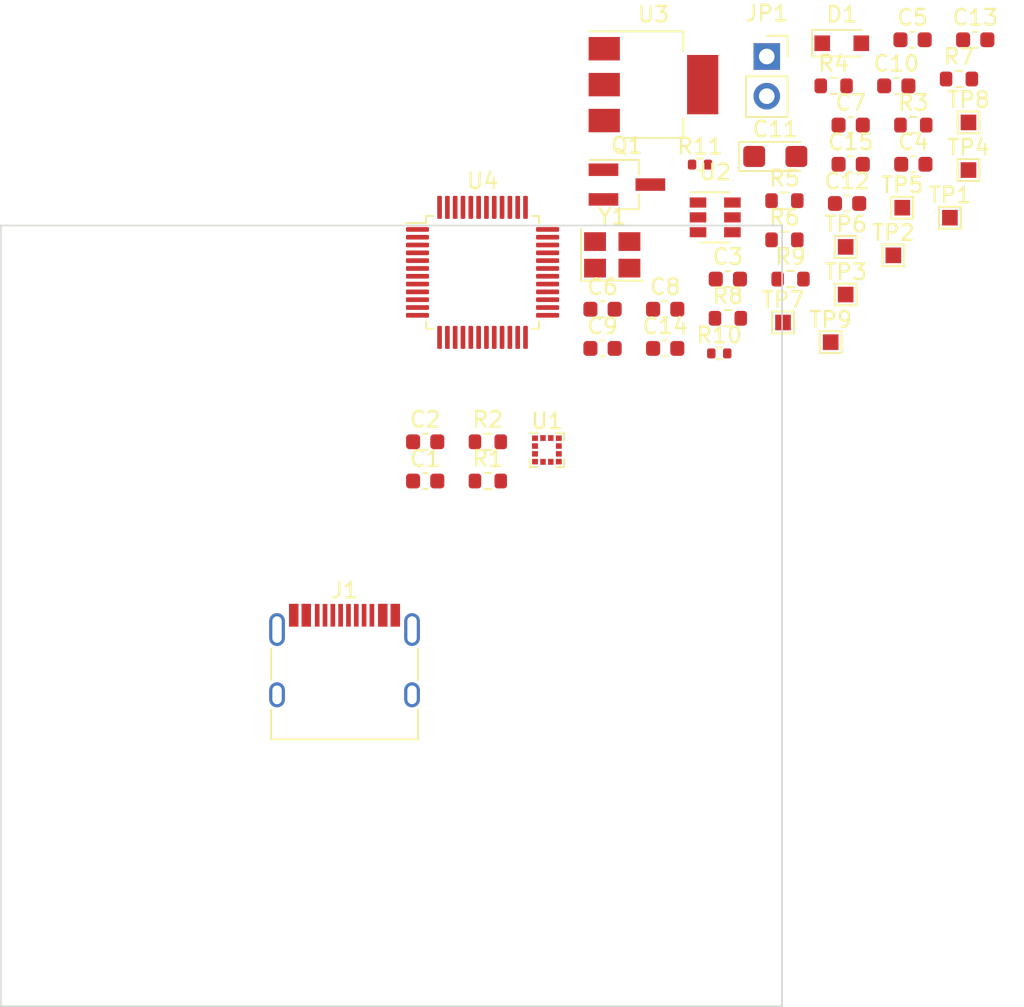
<source format=kicad_pcb>
(kicad_pcb (version 20171130) (host pcbnew "(5.1.8)-1")

  (general
    (thickness 1.6)
    (drawings 4)
    (tracks 0)
    (zones 0)
    (modules 44)
    (nets 55)
  )

  (page A4)
  (layers
    (0 F.Cu mixed)
    (1 In1.Cu signal)
    (2 In2.Cu signal)
    (31 B.Cu mixed)
    (32 B.Adhes user)
    (33 F.Adhes user)
    (34 B.Paste user)
    (35 F.Paste user)
    (36 B.SilkS user)
    (37 F.SilkS user)
    (38 B.Mask user)
    (39 F.Mask user)
    (40 Dwgs.User user)
    (41 Cmts.User user)
    (42 Eco1.User user)
    (43 Eco2.User user)
    (44 Edge.Cuts user)
    (45 Margin user)
    (46 B.CrtYd user)
    (47 F.CrtYd user)
    (48 B.Fab user)
    (49 F.Fab user)
  )

  (setup
    (last_trace_width 0.25)
    (trace_clearance 0.2)
    (zone_clearance 0.508)
    (zone_45_only no)
    (trace_min 0.2)
    (via_size 0.8)
    (via_drill 0.4)
    (via_min_size 0.4)
    (via_min_drill 0.3)
    (uvia_size 0.3)
    (uvia_drill 0.1)
    (uvias_allowed no)
    (uvia_min_size 0.2)
    (uvia_min_drill 0.1)
    (edge_width 0.05)
    (segment_width 0.2)
    (pcb_text_width 0.3)
    (pcb_text_size 1.5 1.5)
    (mod_edge_width 0.12)
    (mod_text_size 1 1)
    (mod_text_width 0.15)
    (pad_size 1.524 1.524)
    (pad_drill 0.762)
    (pad_to_mask_clearance 0.051)
    (solder_mask_min_width 0.25)
    (aux_axis_origin 0 0)
    (grid_origin 110 120)
    (visible_elements 7FFFFFFF)
    (pcbplotparams
      (layerselection 0x010fc_ffffffff)
      (usegerberextensions false)
      (usegerberattributes false)
      (usegerberadvancedattributes false)
      (creategerberjobfile false)
      (excludeedgelayer true)
      (linewidth 0.100000)
      (plotframeref false)
      (viasonmask false)
      (mode 1)
      (useauxorigin false)
      (hpglpennumber 1)
      (hpglpenspeed 20)
      (hpglpendiameter 15.000000)
      (psnegative false)
      (psa4output false)
      (plotreference true)
      (plotvalue true)
      (plotinvisibletext false)
      (padsonsilk false)
      (subtractmaskfromsilk false)
      (outputformat 1)
      (mirror false)
      (drillshape 1)
      (scaleselection 1)
      (outputdirectory ""))
  )

  (net 0 "")
  (net 1 GND)
  (net 2 +5V)
  (net 3 +3V3)
  (net 4 /MCU/OSC_IN)
  (net 5 "Net-(C4-Pad2)")
  (net 6 /MCU/NRST)
  (net 7 /MCU/BOOT0)
  (net 8 "Net-(D1-Pad2)")
  (net 9 "Net-(Q1-Pad1)")
  (net 10 /MCU/USB_D+)
  (net 11 /MCU/OSC_OUT)
  (net 12 /MCU/USB_D-)
  (net 13 /SCL)
  (net 14 /SDA)
  (net 15 /MCU/CC1)
  (net 16 /MCU/CC2)
  (net 17 /MCU/D-)
  (net 18 /MCU/D+)
  (net 19 "Net-(J1-PadB8)")
  (net 20 "Net-(J1-PadA8)")
  (net 21 "Net-(U1-Pad6)")
  (net 22 "Net-(U1-Pad5)")
  (net 23 "Net-(U1-Pad10)")
  (net 24 /MCU/PB9)
  (net 25 /MCU/PB8)
  (net 26 /MCU/PB7)
  (net 27 /MCU/PB6)
  (net 28 /MCU/PB5)
  (net 29 /MCU/PB4)
  (net 30 /MCU/PB3)
  (net 31 /MCU/PA13)
  (net 32 /MCU/PA10)
  (net 33 /MCU/PA9)
  (net 34 /MCU/PA8)
  (net 35 /MCU/PB15)
  (net 36 /MCU/PB14)
  (net 37 /MCU/PB13)
  (net 38 /MCU/PB12)
  (net 39 /MCU/PB11)
  (net 40 /MCU/PB10)
  (net 41 /MCU/PB2)
  (net 42 /MCU/PB1)
  (net 43 /MCU/PB0)
  (net 44 /MCU/PA7)
  (net 45 /MCU/PA6)
  (net 46 /MCU/PA5)
  (net 47 /MCU/PA4)
  (net 48 /MCU/PA3)
  (net 49 /MCU/PA2)
  (net 50 /MCU/PA1)
  (net 51 /MCU/PA0)
  (net 52 /MCU/PC15)
  (net 53 /MCU/PC14)
  (net 54 /MCU/PC13)

  (net_class Default "This is the default net class."
    (clearance 0.2)
    (trace_width 0.25)
    (via_dia 0.8)
    (via_drill 0.4)
    (uvia_dia 0.3)
    (uvia_drill 0.1)
    (add_net "Net-(C4-Pad2)")
    (add_net "Net-(D1-Pad2)")
    (add_net "Net-(J1-PadA8)")
    (add_net "Net-(J1-PadB8)")
    (add_net "Net-(Q1-Pad1)")
    (add_net "Net-(U1-Pad10)")
    (add_net "Net-(U1-Pad5)")
    (add_net "Net-(U1-Pad6)")
  )

  (net_class Clock ""
    (clearance 0.2)
    (trace_width 0.25)
    (via_dia 0.8)
    (via_drill 0.4)
    (uvia_dia 0.3)
    (uvia_drill 0.1)
    (add_net /MCU/OSC_IN)
    (add_net /MCU/OSC_OUT)
  )

  (net_class Digital ""
    (clearance 0.2)
    (trace_width 0.25)
    (via_dia 0.8)
    (via_drill 0.4)
    (uvia_dia 0.3)
    (uvia_drill 0.1)
    (add_net /MCU/BOOT0)
    (add_net /MCU/CC1)
    (add_net /MCU/CC2)
    (add_net /MCU/NRST)
    (add_net /MCU/PA0)
    (add_net /MCU/PA1)
    (add_net /MCU/PA10)
    (add_net /MCU/PA13)
    (add_net /MCU/PA2)
    (add_net /MCU/PA3)
    (add_net /MCU/PA4)
    (add_net /MCU/PA5)
    (add_net /MCU/PA6)
    (add_net /MCU/PA7)
    (add_net /MCU/PA8)
    (add_net /MCU/PA9)
    (add_net /MCU/PB0)
    (add_net /MCU/PB1)
    (add_net /MCU/PB10)
    (add_net /MCU/PB11)
    (add_net /MCU/PB12)
    (add_net /MCU/PB13)
    (add_net /MCU/PB14)
    (add_net /MCU/PB15)
    (add_net /MCU/PB2)
    (add_net /MCU/PB3)
    (add_net /MCU/PB4)
    (add_net /MCU/PB5)
    (add_net /MCU/PB6)
    (add_net /MCU/PB7)
    (add_net /MCU/PB8)
    (add_net /MCU/PB9)
    (add_net /MCU/PC13)
    (add_net /MCU/PC14)
    (add_net /MCU/PC15)
    (add_net /SCL)
    (add_net /SDA)
  )

  (net_class GND ""
    (clearance 0.2)
    (trace_width 0.25)
    (via_dia 0.8)
    (via_drill 0.4)
    (uvia_dia 0.3)
    (uvia_drill 0.1)
    (add_net GND)
  )

  (net_class Power ""
    (clearance 0.2)
    (trace_width 0.25)
    (via_dia 0.8)
    (via_drill 0.4)
    (uvia_dia 0.3)
    (uvia_drill 0.1)
    (add_net +3V3)
    (add_net +5V)
  )

  (net_class USB ""
    (clearance 0.2)
    (trace_width 0.25)
    (via_dia 0.8)
    (via_drill 0.4)
    (uvia_dia 0.3)
    (uvia_drill 0.1)
    (add_net /MCU/D+)
    (add_net /MCU/D-)
    (add_net /MCU/USB_D+)
    (add_net /MCU/USB_D-)
  )

  (module Crystal:Crystal_SMD_3225-4Pin_3.2x2.5mm (layer F.Cu) (tedit 5A0FD1B2) (tstamp 600F9105)
    (at 149.13 71.88)
    (descr "SMD Crystal SERIES SMD3225/4 http://www.txccrystal.com/images/pdf/7m-accuracy.pdf, 3.2x2.5mm^2 package")
    (tags "SMD SMT crystal")
    (path /5EF5359A/5ECEE979)
    (attr smd)
    (fp_text reference Y1 (at 0 -2.45) (layer F.SilkS)
      (effects (font (size 1 1) (thickness 0.15)))
    )
    (fp_text value "8Mhz 10pf" (at 0 2.45) (layer F.Fab)
      (effects (font (size 1 1) (thickness 0.15)))
    )
    (fp_text user %R (at 0 0) (layer F.Fab)
      (effects (font (size 0.7 0.7) (thickness 0.105)))
    )
    (fp_line (start -1.6 -1.25) (end -1.6 1.25) (layer F.Fab) (width 0.1))
    (fp_line (start -1.6 1.25) (end 1.6 1.25) (layer F.Fab) (width 0.1))
    (fp_line (start 1.6 1.25) (end 1.6 -1.25) (layer F.Fab) (width 0.1))
    (fp_line (start 1.6 -1.25) (end -1.6 -1.25) (layer F.Fab) (width 0.1))
    (fp_line (start -1.6 0.25) (end -0.6 1.25) (layer F.Fab) (width 0.1))
    (fp_line (start -2 -1.65) (end -2 1.65) (layer F.SilkS) (width 0.12))
    (fp_line (start -2 1.65) (end 2 1.65) (layer F.SilkS) (width 0.12))
    (fp_line (start -2.1 -1.7) (end -2.1 1.7) (layer F.CrtYd) (width 0.05))
    (fp_line (start -2.1 1.7) (end 2.1 1.7) (layer F.CrtYd) (width 0.05))
    (fp_line (start 2.1 1.7) (end 2.1 -1.7) (layer F.CrtYd) (width 0.05))
    (fp_line (start 2.1 -1.7) (end -2.1 -1.7) (layer F.CrtYd) (width 0.05))
    (pad 4 smd rect (at -1.1 -0.85) (size 1.4 1.2) (layers F.Cu F.Paste F.Mask)
      (net 1 GND))
    (pad 3 smd rect (at 1.1 -0.85) (size 1.4 1.2) (layers F.Cu F.Paste F.Mask)
      (net 5 "Net-(C4-Pad2)"))
    (pad 2 smd rect (at 1.1 0.85) (size 1.4 1.2) (layers F.Cu F.Paste F.Mask)
      (net 1 GND))
    (pad 1 smd rect (at -1.1 0.85) (size 1.4 1.2) (layers F.Cu F.Paste F.Mask)
      (net 4 /MCU/OSC_IN))
    (model ${KISYS3DMOD}/Crystal.3dshapes/Crystal_SMD_3225-4Pin_3.2x2.5mm.wrl
      (at (xyz 0 0 0))
      (scale (xyz 1 1 1))
      (rotate (xyz 0 0 0))
    )
  )

  (module Package_QFP:LQFP-48_7x7mm_P0.5mm (layer F.Cu) (tedit 5D9F72AF) (tstamp 600F91F1)
    (at 140.83 73)
    (descr "LQFP, 48 Pin (https://www.analog.com/media/en/technical-documentation/data-sheets/ltc2358-16.pdf), generated with kicad-footprint-generator ipc_gullwing_generator.py")
    (tags "LQFP QFP")
    (path /5EF5359A/5ECEE971)
    (attr smd)
    (fp_text reference U4 (at 0 -5.85) (layer F.SilkS)
      (effects (font (size 1 1) (thickness 0.15)))
    )
    (fp_text value STM32F303CCT6 (at 0 5.85) (layer F.Fab)
      (effects (font (size 1 1) (thickness 0.15)))
    )
    (fp_text user %R (at 0 0) (layer F.Fab)
      (effects (font (size 1 1) (thickness 0.15)))
    )
    (fp_line (start 3.16 3.61) (end 3.61 3.61) (layer F.SilkS) (width 0.12))
    (fp_line (start 3.61 3.61) (end 3.61 3.16) (layer F.SilkS) (width 0.12))
    (fp_line (start -3.16 3.61) (end -3.61 3.61) (layer F.SilkS) (width 0.12))
    (fp_line (start -3.61 3.61) (end -3.61 3.16) (layer F.SilkS) (width 0.12))
    (fp_line (start 3.16 -3.61) (end 3.61 -3.61) (layer F.SilkS) (width 0.12))
    (fp_line (start 3.61 -3.61) (end 3.61 -3.16) (layer F.SilkS) (width 0.12))
    (fp_line (start -3.16 -3.61) (end -3.61 -3.61) (layer F.SilkS) (width 0.12))
    (fp_line (start -3.61 -3.61) (end -3.61 -3.16) (layer F.SilkS) (width 0.12))
    (fp_line (start -3.61 -3.16) (end -4.9 -3.16) (layer F.SilkS) (width 0.12))
    (fp_line (start -2.5 -3.5) (end 3.5 -3.5) (layer F.Fab) (width 0.1))
    (fp_line (start 3.5 -3.5) (end 3.5 3.5) (layer F.Fab) (width 0.1))
    (fp_line (start 3.5 3.5) (end -3.5 3.5) (layer F.Fab) (width 0.1))
    (fp_line (start -3.5 3.5) (end -3.5 -2.5) (layer F.Fab) (width 0.1))
    (fp_line (start -3.5 -2.5) (end -2.5 -3.5) (layer F.Fab) (width 0.1))
    (fp_line (start 0 -5.15) (end -3.15 -5.15) (layer F.CrtYd) (width 0.05))
    (fp_line (start -3.15 -5.15) (end -3.15 -3.75) (layer F.CrtYd) (width 0.05))
    (fp_line (start -3.15 -3.75) (end -3.75 -3.75) (layer F.CrtYd) (width 0.05))
    (fp_line (start -3.75 -3.75) (end -3.75 -3.15) (layer F.CrtYd) (width 0.05))
    (fp_line (start -3.75 -3.15) (end -5.15 -3.15) (layer F.CrtYd) (width 0.05))
    (fp_line (start -5.15 -3.15) (end -5.15 0) (layer F.CrtYd) (width 0.05))
    (fp_line (start 0 -5.15) (end 3.15 -5.15) (layer F.CrtYd) (width 0.05))
    (fp_line (start 3.15 -5.15) (end 3.15 -3.75) (layer F.CrtYd) (width 0.05))
    (fp_line (start 3.15 -3.75) (end 3.75 -3.75) (layer F.CrtYd) (width 0.05))
    (fp_line (start 3.75 -3.75) (end 3.75 -3.15) (layer F.CrtYd) (width 0.05))
    (fp_line (start 3.75 -3.15) (end 5.15 -3.15) (layer F.CrtYd) (width 0.05))
    (fp_line (start 5.15 -3.15) (end 5.15 0) (layer F.CrtYd) (width 0.05))
    (fp_line (start 0 5.15) (end -3.15 5.15) (layer F.CrtYd) (width 0.05))
    (fp_line (start -3.15 5.15) (end -3.15 3.75) (layer F.CrtYd) (width 0.05))
    (fp_line (start -3.15 3.75) (end -3.75 3.75) (layer F.CrtYd) (width 0.05))
    (fp_line (start -3.75 3.75) (end -3.75 3.15) (layer F.CrtYd) (width 0.05))
    (fp_line (start -3.75 3.15) (end -5.15 3.15) (layer F.CrtYd) (width 0.05))
    (fp_line (start -5.15 3.15) (end -5.15 0) (layer F.CrtYd) (width 0.05))
    (fp_line (start 0 5.15) (end 3.15 5.15) (layer F.CrtYd) (width 0.05))
    (fp_line (start 3.15 5.15) (end 3.15 3.75) (layer F.CrtYd) (width 0.05))
    (fp_line (start 3.15 3.75) (end 3.75 3.75) (layer F.CrtYd) (width 0.05))
    (fp_line (start 3.75 3.75) (end 3.75 3.15) (layer F.CrtYd) (width 0.05))
    (fp_line (start 3.75 3.15) (end 5.15 3.15) (layer F.CrtYd) (width 0.05))
    (fp_line (start 5.15 3.15) (end 5.15 0) (layer F.CrtYd) (width 0.05))
    (pad 48 smd roundrect (at -2.75 -4.1625) (size 0.3 1.475) (layers F.Cu F.Paste F.Mask) (roundrect_rratio 0.25)
      (net 3 +3V3))
    (pad 47 smd roundrect (at -2.25 -4.1625) (size 0.3 1.475) (layers F.Cu F.Paste F.Mask) (roundrect_rratio 0.25)
      (net 1 GND))
    (pad 46 smd roundrect (at -1.75 -4.1625) (size 0.3 1.475) (layers F.Cu F.Paste F.Mask) (roundrect_rratio 0.25)
      (net 24 /MCU/PB9))
    (pad 45 smd roundrect (at -1.25 -4.1625) (size 0.3 1.475) (layers F.Cu F.Paste F.Mask) (roundrect_rratio 0.25)
      (net 25 /MCU/PB8))
    (pad 44 smd roundrect (at -0.75 -4.1625) (size 0.3 1.475) (layers F.Cu F.Paste F.Mask) (roundrect_rratio 0.25)
      (net 7 /MCU/BOOT0))
    (pad 43 smd roundrect (at -0.25 -4.1625) (size 0.3 1.475) (layers F.Cu F.Paste F.Mask) (roundrect_rratio 0.25)
      (net 26 /MCU/PB7))
    (pad 42 smd roundrect (at 0.25 -4.1625) (size 0.3 1.475) (layers F.Cu F.Paste F.Mask) (roundrect_rratio 0.25)
      (net 27 /MCU/PB6))
    (pad 41 smd roundrect (at 0.75 -4.1625) (size 0.3 1.475) (layers F.Cu F.Paste F.Mask) (roundrect_rratio 0.25)
      (net 28 /MCU/PB5))
    (pad 40 smd roundrect (at 1.25 -4.1625) (size 0.3 1.475) (layers F.Cu F.Paste F.Mask) (roundrect_rratio 0.25)
      (net 29 /MCU/PB4))
    (pad 39 smd roundrect (at 1.75 -4.1625) (size 0.3 1.475) (layers F.Cu F.Paste F.Mask) (roundrect_rratio 0.25)
      (net 30 /MCU/PB3))
    (pad 38 smd roundrect (at 2.25 -4.1625) (size 0.3 1.475) (layers F.Cu F.Paste F.Mask) (roundrect_rratio 0.25)
      (net 13 /SCL))
    (pad 37 smd roundrect (at 2.75 -4.1625) (size 0.3 1.475) (layers F.Cu F.Paste F.Mask) (roundrect_rratio 0.25)
      (net 14 /SDA))
    (pad 36 smd roundrect (at 4.1625 -2.75) (size 1.475 0.3) (layers F.Cu F.Paste F.Mask) (roundrect_rratio 0.25)
      (net 3 +3V3))
    (pad 35 smd roundrect (at 4.1625 -2.25) (size 1.475 0.3) (layers F.Cu F.Paste F.Mask) (roundrect_rratio 0.25)
      (net 1 GND))
    (pad 34 smd roundrect (at 4.1625 -1.75) (size 1.475 0.3) (layers F.Cu F.Paste F.Mask) (roundrect_rratio 0.25)
      (net 31 /MCU/PA13))
    (pad 33 smd roundrect (at 4.1625 -1.25) (size 1.475 0.3) (layers F.Cu F.Paste F.Mask) (roundrect_rratio 0.25)
      (net 18 /MCU/D+))
    (pad 32 smd roundrect (at 4.1625 -0.75) (size 1.475 0.3) (layers F.Cu F.Paste F.Mask) (roundrect_rratio 0.25)
      (net 17 /MCU/D-))
    (pad 31 smd roundrect (at 4.1625 -0.25) (size 1.475 0.3) (layers F.Cu F.Paste F.Mask) (roundrect_rratio 0.25)
      (net 32 /MCU/PA10))
    (pad 30 smd roundrect (at 4.1625 0.25) (size 1.475 0.3) (layers F.Cu F.Paste F.Mask) (roundrect_rratio 0.25)
      (net 33 /MCU/PA9))
    (pad 29 smd roundrect (at 4.1625 0.75) (size 1.475 0.3) (layers F.Cu F.Paste F.Mask) (roundrect_rratio 0.25)
      (net 34 /MCU/PA8))
    (pad 28 smd roundrect (at 4.1625 1.25) (size 1.475 0.3) (layers F.Cu F.Paste F.Mask) (roundrect_rratio 0.25)
      (net 35 /MCU/PB15))
    (pad 27 smd roundrect (at 4.1625 1.75) (size 1.475 0.3) (layers F.Cu F.Paste F.Mask) (roundrect_rratio 0.25)
      (net 36 /MCU/PB14))
    (pad 26 smd roundrect (at 4.1625 2.25) (size 1.475 0.3) (layers F.Cu F.Paste F.Mask) (roundrect_rratio 0.25)
      (net 37 /MCU/PB13))
    (pad 25 smd roundrect (at 4.1625 2.75) (size 1.475 0.3) (layers F.Cu F.Paste F.Mask) (roundrect_rratio 0.25)
      (net 38 /MCU/PB12))
    (pad 24 smd roundrect (at 2.75 4.1625) (size 0.3 1.475) (layers F.Cu F.Paste F.Mask) (roundrect_rratio 0.25)
      (net 3 +3V3))
    (pad 23 smd roundrect (at 2.25 4.1625) (size 0.3 1.475) (layers F.Cu F.Paste F.Mask) (roundrect_rratio 0.25)
      (net 1 GND))
    (pad 22 smd roundrect (at 1.75 4.1625) (size 0.3 1.475) (layers F.Cu F.Paste F.Mask) (roundrect_rratio 0.25)
      (net 39 /MCU/PB11))
    (pad 21 smd roundrect (at 1.25 4.1625) (size 0.3 1.475) (layers F.Cu F.Paste F.Mask) (roundrect_rratio 0.25)
      (net 40 /MCU/PB10))
    (pad 20 smd roundrect (at 0.75 4.1625) (size 0.3 1.475) (layers F.Cu F.Paste F.Mask) (roundrect_rratio 0.25)
      (net 41 /MCU/PB2))
    (pad 19 smd roundrect (at 0.25 4.1625) (size 0.3 1.475) (layers F.Cu F.Paste F.Mask) (roundrect_rratio 0.25)
      (net 42 /MCU/PB1))
    (pad 18 smd roundrect (at -0.25 4.1625) (size 0.3 1.475) (layers F.Cu F.Paste F.Mask) (roundrect_rratio 0.25)
      (net 43 /MCU/PB0))
    (pad 17 smd roundrect (at -0.75 4.1625) (size 0.3 1.475) (layers F.Cu F.Paste F.Mask) (roundrect_rratio 0.25)
      (net 44 /MCU/PA7))
    (pad 16 smd roundrect (at -1.25 4.1625) (size 0.3 1.475) (layers F.Cu F.Paste F.Mask) (roundrect_rratio 0.25)
      (net 45 /MCU/PA6))
    (pad 15 smd roundrect (at -1.75 4.1625) (size 0.3 1.475) (layers F.Cu F.Paste F.Mask) (roundrect_rratio 0.25)
      (net 46 /MCU/PA5))
    (pad 14 smd roundrect (at -2.25 4.1625) (size 0.3 1.475) (layers F.Cu F.Paste F.Mask) (roundrect_rratio 0.25)
      (net 47 /MCU/PA4))
    (pad 13 smd roundrect (at -2.75 4.1625) (size 0.3 1.475) (layers F.Cu F.Paste F.Mask) (roundrect_rratio 0.25)
      (net 48 /MCU/PA3))
    (pad 12 smd roundrect (at -4.1625 2.75) (size 1.475 0.3) (layers F.Cu F.Paste F.Mask) (roundrect_rratio 0.25)
      (net 49 /MCU/PA2))
    (pad 11 smd roundrect (at -4.1625 2.25) (size 1.475 0.3) (layers F.Cu F.Paste F.Mask) (roundrect_rratio 0.25)
      (net 50 /MCU/PA1))
    (pad 10 smd roundrect (at -4.1625 1.75) (size 1.475 0.3) (layers F.Cu F.Paste F.Mask) (roundrect_rratio 0.25)
      (net 51 /MCU/PA0))
    (pad 9 smd roundrect (at -4.1625 1.25) (size 1.475 0.3) (layers F.Cu F.Paste F.Mask) (roundrect_rratio 0.25)
      (net 3 +3V3))
    (pad 8 smd roundrect (at -4.1625 0.75) (size 1.475 0.3) (layers F.Cu F.Paste F.Mask) (roundrect_rratio 0.25)
      (net 1 GND))
    (pad 7 smd roundrect (at -4.1625 0.25) (size 1.475 0.3) (layers F.Cu F.Paste F.Mask) (roundrect_rratio 0.25)
      (net 6 /MCU/NRST))
    (pad 6 smd roundrect (at -4.1625 -0.25) (size 1.475 0.3) (layers F.Cu F.Paste F.Mask) (roundrect_rratio 0.25)
      (net 11 /MCU/OSC_OUT))
    (pad 5 smd roundrect (at -4.1625 -0.75) (size 1.475 0.3) (layers F.Cu F.Paste F.Mask) (roundrect_rratio 0.25)
      (net 4 /MCU/OSC_IN))
    (pad 4 smd roundrect (at -4.1625 -1.25) (size 1.475 0.3) (layers F.Cu F.Paste F.Mask) (roundrect_rratio 0.25)
      (net 52 /MCU/PC15))
    (pad 3 smd roundrect (at -4.1625 -1.75) (size 1.475 0.3) (layers F.Cu F.Paste F.Mask) (roundrect_rratio 0.25)
      (net 53 /MCU/PC14))
    (pad 2 smd roundrect (at -4.1625 -2.25) (size 1.475 0.3) (layers F.Cu F.Paste F.Mask) (roundrect_rratio 0.25)
      (net 54 /MCU/PC13))
    (pad 1 smd roundrect (at -4.1625 -2.75) (size 1.475 0.3) (layers F.Cu F.Paste F.Mask) (roundrect_rratio 0.25)
      (net 3 +3V3))
    (model ${KISYS3DMOD}/Package_QFP.3dshapes/LQFP-48_7x7mm_P0.5mm.wrl
      (at (xyz 0 0 0))
      (scale (xyz 1 1 1))
      (rotate (xyz 0 0 0))
    )
  )

  (module Package_TO_SOT_SMD:SOT-223-3_TabPin2 (layer F.Cu) (tedit 5A02FF57) (tstamp 600F9458)
    (at 151.77 60.98)
    (descr "module CMS SOT223 4 pins")
    (tags "CMS SOT")
    (path /5EF5359A/5ECEE95D)
    (attr smd)
    (fp_text reference U3 (at 0 -4.5) (layer F.SilkS)
      (effects (font (size 1 1) (thickness 0.15)))
    )
    (fp_text value AZ1117CH-3.3TRG1 (at 0 4.5) (layer F.Fab)
      (effects (font (size 1 1) (thickness 0.15)))
    )
    (fp_text user %R (at 0 0 90) (layer F.Fab)
      (effects (font (size 0.8 0.8) (thickness 0.12)))
    )
    (fp_line (start 1.91 3.41) (end 1.91 2.15) (layer F.SilkS) (width 0.12))
    (fp_line (start 1.91 -3.41) (end 1.91 -2.15) (layer F.SilkS) (width 0.12))
    (fp_line (start 4.4 -3.6) (end -4.4 -3.6) (layer F.CrtYd) (width 0.05))
    (fp_line (start 4.4 3.6) (end 4.4 -3.6) (layer F.CrtYd) (width 0.05))
    (fp_line (start -4.4 3.6) (end 4.4 3.6) (layer F.CrtYd) (width 0.05))
    (fp_line (start -4.4 -3.6) (end -4.4 3.6) (layer F.CrtYd) (width 0.05))
    (fp_line (start -1.85 -2.35) (end -0.85 -3.35) (layer F.Fab) (width 0.1))
    (fp_line (start -1.85 -2.35) (end -1.85 3.35) (layer F.Fab) (width 0.1))
    (fp_line (start -1.85 3.41) (end 1.91 3.41) (layer F.SilkS) (width 0.12))
    (fp_line (start -0.85 -3.35) (end 1.85 -3.35) (layer F.Fab) (width 0.1))
    (fp_line (start -4.1 -3.41) (end 1.91 -3.41) (layer F.SilkS) (width 0.12))
    (fp_line (start -1.85 3.35) (end 1.85 3.35) (layer F.Fab) (width 0.1))
    (fp_line (start 1.85 -3.35) (end 1.85 3.35) (layer F.Fab) (width 0.1))
    (pad 1 smd rect (at -3.15 -2.3) (size 2 1.5) (layers F.Cu F.Paste F.Mask)
      (net 1 GND))
    (pad 3 smd rect (at -3.15 2.3) (size 2 1.5) (layers F.Cu F.Paste F.Mask)
      (net 2 +5V))
    (pad 2 smd rect (at -3.15 0) (size 2 1.5) (layers F.Cu F.Paste F.Mask)
      (net 3 +3V3))
    (pad 2 smd rect (at 3.15 0) (size 2 3.8) (layers F.Cu F.Paste F.Mask)
      (net 3 +3V3))
    (model ${KISYS3DMOD}/Package_TO_SOT_SMD.3dshapes/SOT-223.wrl
      (at (xyz 0 0 0))
      (scale (xyz 1 1 1))
      (rotate (xyz 0 0 0))
    )
  )

  (module Package_TO_SOT_SMD:SOT-23-6 (layer F.Cu) (tedit 5A02FF57) (tstamp 600F92E1)
    (at 155.72 69.48)
    (descr "6-pin SOT-23 package")
    (tags SOT-23-6)
    (path /5EF5359A/5EDB329A)
    (attr smd)
    (fp_text reference U2 (at 0 -2.9) (layer F.SilkS)
      (effects (font (size 1 1) (thickness 0.15)))
    )
    (fp_text value USBLC6-2SC6 (at 0 2.9) (layer F.Fab)
      (effects (font (size 1 1) (thickness 0.15)))
    )
    (fp_text user %R (at 0 0 90) (layer F.Fab)
      (effects (font (size 0.5 0.5) (thickness 0.075)))
    )
    (fp_line (start -0.9 1.61) (end 0.9 1.61) (layer F.SilkS) (width 0.12))
    (fp_line (start 0.9 -1.61) (end -1.55 -1.61) (layer F.SilkS) (width 0.12))
    (fp_line (start 1.9 -1.8) (end -1.9 -1.8) (layer F.CrtYd) (width 0.05))
    (fp_line (start 1.9 1.8) (end 1.9 -1.8) (layer F.CrtYd) (width 0.05))
    (fp_line (start -1.9 1.8) (end 1.9 1.8) (layer F.CrtYd) (width 0.05))
    (fp_line (start -1.9 -1.8) (end -1.9 1.8) (layer F.CrtYd) (width 0.05))
    (fp_line (start -0.9 -0.9) (end -0.25 -1.55) (layer F.Fab) (width 0.1))
    (fp_line (start 0.9 -1.55) (end -0.25 -1.55) (layer F.Fab) (width 0.1))
    (fp_line (start -0.9 -0.9) (end -0.9 1.55) (layer F.Fab) (width 0.1))
    (fp_line (start 0.9 1.55) (end -0.9 1.55) (layer F.Fab) (width 0.1))
    (fp_line (start 0.9 -1.55) (end 0.9 1.55) (layer F.Fab) (width 0.1))
    (pad 5 smd rect (at 1.1 0) (size 1.06 0.65) (layers F.Cu F.Paste F.Mask)
      (net 2 +5V))
    (pad 6 smd rect (at 1.1 -0.95) (size 1.06 0.65) (layers F.Cu F.Paste F.Mask)
      (net 10 /MCU/USB_D+))
    (pad 4 smd rect (at 1.1 0.95) (size 1.06 0.65) (layers F.Cu F.Paste F.Mask)
      (net 12 /MCU/USB_D-))
    (pad 3 smd rect (at -1.1 0.95) (size 1.06 0.65) (layers F.Cu F.Paste F.Mask)
      (net 12 /MCU/USB_D-))
    (pad 2 smd rect (at -1.1 0) (size 1.06 0.65) (layers F.Cu F.Paste F.Mask)
      (net 1 GND))
    (pad 1 smd rect (at -1.1 -0.95) (size 1.06 0.65) (layers F.Cu F.Paste F.Mask)
      (net 10 /MCU/USB_D+))
    (model ${KISYS3DMOD}/Package_TO_SOT_SMD.3dshapes/SOT-23-6.wrl
      (at (xyz 0 0 0))
      (scale (xyz 1 1 1))
      (rotate (xyz 0 0 0))
    )
  )

  (module Package_LGA:LGA-12_2x2mm_P0.5mm (layer F.Cu) (tedit 5A0AAFFD) (tstamp 600F914F)
    (at 144.95 84.37)
    (descr LGA12)
    (tags "lga land grid array")
    (path /5ECF17B8)
    (attr smd)
    (fp_text reference U1 (at 0 -1.85) (layer F.SilkS)
      (effects (font (size 1 1) (thickness 0.15)))
    )
    (fp_text value BMA253 (at 0 1.6) (layer F.Fab)
      (effects (font (size 1 1) (thickness 0.15)))
    )
    (fp_text user %R (at 0 0) (layer F.Fab)
      (effects (font (size 0.5 0.5) (thickness 0.075)))
    )
    (fp_line (start 1 -1) (end 1 1) (layer F.Fab) (width 0.1))
    (fp_line (start 1 1) (end -1 1) (layer F.Fab) (width 0.1))
    (fp_line (start -1 1) (end -1 -0.5) (layer F.Fab) (width 0.1))
    (fp_line (start -1 -0.5) (end -0.5 -1) (layer F.Fab) (width 0.1))
    (fp_line (start -0.5 -1) (end 1 -1) (layer F.Fab) (width 0.1))
    (fp_line (start 0.6 -1.1) (end 1.1 -1.1) (layer F.SilkS) (width 0.12))
    (fp_line (start 1.1 -1.1) (end 1.1 -0.6) (layer F.SilkS) (width 0.12))
    (fp_line (start 1.1 -0.6) (end 1.1 -0.6) (layer F.SilkS) (width 0.12))
    (fp_line (start 1.1 0.6) (end 1.1 1.1) (layer F.SilkS) (width 0.12))
    (fp_line (start 1.1 1.1) (end 0.6 1.1) (layer F.SilkS) (width 0.12))
    (fp_line (start 0.6 1.1) (end 0.6 1.1) (layer F.SilkS) (width 0.12))
    (fp_line (start -0.6 1.1) (end -1.1 1.1) (layer F.SilkS) (width 0.12))
    (fp_line (start -1.1 1.1) (end -1.1 0.6) (layer F.SilkS) (width 0.12))
    (fp_line (start -1.1 0.6) (end -1.1 0.6) (layer F.SilkS) (width 0.12))
    (fp_line (start -0.6 -1.1) (end -1.1 -1.1) (layer F.SilkS) (width 0.12))
    (fp_line (start -1.1 -1.1) (end -1.1 -1.1) (layer F.SilkS) (width 0.12))
    (fp_line (start 1.25 -1.25) (end 1.25 1.25) (layer F.CrtYd) (width 0.05))
    (fp_line (start 1.25 1.25) (end -1.25 1.25) (layer F.CrtYd) (width 0.05))
    (fp_line (start -1.25 1.25) (end -1.25 -1.25) (layer F.CrtYd) (width 0.05))
    (fp_line (start -1.25 -1.25) (end 1.25 -1.25) (layer F.CrtYd) (width 0.05))
    (pad 12 smd rect (at -0.25 -0.7625 90) (size 0.375 0.35) (layers F.Cu F.Paste F.Mask)
      (net 13 /SCL))
    (pad 11 smd rect (at 0.25 -0.7625 90) (size 0.375 0.35) (layers F.Cu F.Paste F.Mask)
      (net 3 +3V3))
    (pad 6 smd rect (at 0.25 0.7625 90) (size 0.375 0.35) (layers F.Cu F.Paste F.Mask)
      (net 21 "Net-(U1-Pad6)"))
    (pad 5 smd rect (at -0.25 0.7625 90) (size 0.375 0.35) (layers F.Cu F.Paste F.Mask)
      (net 22 "Net-(U1-Pad5)"))
    (pad 10 smd rect (at 0.7625 -0.75) (size 0.375 0.35) (layers F.Cu F.Paste F.Mask)
      (net 23 "Net-(U1-Pad10)"))
    (pad 1 smd rect (at -0.7625 -0.75) (size 0.375 0.35) (layers F.Cu F.Paste F.Mask)
      (net 1 GND))
    (pad 7 smd rect (at 0.7625 0.75) (size 0.375 0.35) (layers F.Cu F.Paste F.Mask)
      (net 3 +3V3))
    (pad 4 smd rect (at -0.7625 0.75) (size 0.375 0.35) (layers F.Cu F.Paste F.Mask)
      (net 1 GND))
    (pad 8 smd rect (at 0.7625 0.25) (size 0.375 0.35) (layers F.Cu F.Paste F.Mask)
      (net 1 GND))
    (pad 9 smd rect (at 0.7625 -0.25) (size 0.375 0.35) (layers F.Cu F.Paste F.Mask)
      (net 1 GND))
    (pad 3 smd rect (at -0.7625 0.25) (size 0.375 0.35) (layers F.Cu F.Paste F.Mask)
      (net 3 +3V3))
    (pad 2 smd rect (at -0.7625 -0.25) (size 0.375 0.35) (layers F.Cu F.Paste F.Mask)
      (net 14 /SDA))
    (model ${KISYS3DMOD}/Package_LGA.3dshapes/LGA-12_2x2mm_P0.5mm.wrl
      (at (xyz 0 0 0))
      (scale (xyz 1 1 1))
      (rotate (xyz 0 0 0))
    )
  )

  (module TestPoint:TestPoint_Pad_1.0x1.0mm (layer F.Cu) (tedit 5A0F774F) (tstamp 600F933F)
    (at 163.11 77.47)
    (descr "SMD rectangular pad as test Point, square 1.0mm side length")
    (tags "test point SMD pad rectangle square")
    (path /5EF5359A/5EE56F83)
    (attr virtual)
    (fp_text reference TP9 (at 0 -1.448) (layer F.SilkS)
      (effects (font (size 1 1) (thickness 0.15)))
    )
    (fp_text value TestPoint (at 0 1.55) (layer F.Fab)
      (effects (font (size 1 1) (thickness 0.15)))
    )
    (fp_text user %R (at 0 -1.45) (layer F.Fab)
      (effects (font (size 1 1) (thickness 0.15)))
    )
    (fp_line (start -0.7 -0.7) (end 0.7 -0.7) (layer F.SilkS) (width 0.12))
    (fp_line (start 0.7 -0.7) (end 0.7 0.7) (layer F.SilkS) (width 0.12))
    (fp_line (start 0.7 0.7) (end -0.7 0.7) (layer F.SilkS) (width 0.12))
    (fp_line (start -0.7 0.7) (end -0.7 -0.7) (layer F.SilkS) (width 0.12))
    (fp_line (start -1 -1) (end 1 -1) (layer F.CrtYd) (width 0.05))
    (fp_line (start -1 -1) (end -1 1) (layer F.CrtYd) (width 0.05))
    (fp_line (start 1 1) (end 1 -1) (layer F.CrtYd) (width 0.05))
    (fp_line (start 1 1) (end -1 1) (layer F.CrtYd) (width 0.05))
    (pad 1 smd rect (at 0 0) (size 1 1) (layers F.Cu F.Mask)
      (net 13 /SCL))
  )

  (module TestPoint:TestPoint_Pad_1.0x1.0mm (layer F.Cu) (tedit 5A0F774F) (tstamp 600F93B4)
    (at 171.93 63.4)
    (descr "SMD rectangular pad as test Point, square 1.0mm side length")
    (tags "test point SMD pad rectangle square")
    (path /5EF5359A/5EE56F7D)
    (attr virtual)
    (fp_text reference TP8 (at 0 -1.448) (layer F.SilkS)
      (effects (font (size 1 1) (thickness 0.15)))
    )
    (fp_text value TestPoint (at 0 1.55) (layer F.Fab)
      (effects (font (size 1 1) (thickness 0.15)))
    )
    (fp_text user %R (at 0 -1.45) (layer F.Fab)
      (effects (font (size 1 1) (thickness 0.15)))
    )
    (fp_line (start -0.7 -0.7) (end 0.7 -0.7) (layer F.SilkS) (width 0.12))
    (fp_line (start 0.7 -0.7) (end 0.7 0.7) (layer F.SilkS) (width 0.12))
    (fp_line (start 0.7 0.7) (end -0.7 0.7) (layer F.SilkS) (width 0.12))
    (fp_line (start -0.7 0.7) (end -0.7 -0.7) (layer F.SilkS) (width 0.12))
    (fp_line (start -1 -1) (end 1 -1) (layer F.CrtYd) (width 0.05))
    (fp_line (start -1 -1) (end -1 1) (layer F.CrtYd) (width 0.05))
    (fp_line (start 1 1) (end 1 -1) (layer F.CrtYd) (width 0.05))
    (fp_line (start 1 1) (end -1 1) (layer F.CrtYd) (width 0.05))
    (pad 1 smd rect (at 0 0) (size 1 1) (layers F.Cu F.Mask)
      (net 1 GND))
  )

  (module TestPoint:TestPoint_Pad_1.0x1.0mm (layer F.Cu) (tedit 5A0F774F) (tstamp 600F9366)
    (at 160.06 76.21)
    (descr "SMD rectangular pad as test Point, square 1.0mm side length")
    (tags "test point SMD pad rectangle square")
    (path /5EF5359A/5EDD99B2)
    (attr virtual)
    (fp_text reference TP7 (at 0 -1.448) (layer F.SilkS)
      (effects (font (size 1 1) (thickness 0.15)))
    )
    (fp_text value TestPoint (at 0 1.55) (layer F.Fab)
      (effects (font (size 1 1) (thickness 0.15)))
    )
    (fp_text user %R (at 0 -1.45) (layer F.Fab)
      (effects (font (size 1 1) (thickness 0.15)))
    )
    (fp_line (start -0.7 -0.7) (end 0.7 -0.7) (layer F.SilkS) (width 0.12))
    (fp_line (start 0.7 -0.7) (end 0.7 0.7) (layer F.SilkS) (width 0.12))
    (fp_line (start 0.7 0.7) (end -0.7 0.7) (layer F.SilkS) (width 0.12))
    (fp_line (start -0.7 0.7) (end -0.7 -0.7) (layer F.SilkS) (width 0.12))
    (fp_line (start -1 -1) (end 1 -1) (layer F.CrtYd) (width 0.05))
    (fp_line (start -1 -1) (end -1 1) (layer F.CrtYd) (width 0.05))
    (fp_line (start 1 1) (end 1 -1) (layer F.CrtYd) (width 0.05))
    (fp_line (start 1 1) (end -1 1) (layer F.CrtYd) (width 0.05))
    (pad 1 smd rect (at 0 0) (size 1 1) (layers F.Cu F.Mask)
      (net 2 +5V))
  )

  (module TestPoint:TestPoint_Pad_1.0x1.0mm (layer F.Cu) (tedit 5A0F774F) (tstamp 600F9402)
    (at 164.07 71.37)
    (descr "SMD rectangular pad as test Point, square 1.0mm side length")
    (tags "test point SMD pad rectangle square")
    (path /5EF5359A/5EDE2C66)
    (attr virtual)
    (fp_text reference TP6 (at 0 -1.448) (layer F.SilkS)
      (effects (font (size 1 1) (thickness 0.15)))
    )
    (fp_text value TestPoint (at 0 1.55) (layer F.Fab)
      (effects (font (size 1 1) (thickness 0.15)))
    )
    (fp_text user %R (at 0 -1.45) (layer F.Fab)
      (effects (font (size 1 1) (thickness 0.15)))
    )
    (fp_line (start -0.7 -0.7) (end 0.7 -0.7) (layer F.SilkS) (width 0.12))
    (fp_line (start 0.7 -0.7) (end 0.7 0.7) (layer F.SilkS) (width 0.12))
    (fp_line (start 0.7 0.7) (end -0.7 0.7) (layer F.SilkS) (width 0.12))
    (fp_line (start -0.7 0.7) (end -0.7 -0.7) (layer F.SilkS) (width 0.12))
    (fp_line (start -1 -1) (end 1 -1) (layer F.CrtYd) (width 0.05))
    (fp_line (start -1 -1) (end -1 1) (layer F.CrtYd) (width 0.05))
    (fp_line (start 1 1) (end 1 -1) (layer F.CrtYd) (width 0.05))
    (fp_line (start 1 1) (end -1 1) (layer F.CrtYd) (width 0.05))
    (pad 1 smd rect (at 0 0) (size 1 1) (layers F.Cu F.Mask)
      (net 3 +3V3))
  )

  (module TestPoint:TestPoint_Pad_1.0x1.0mm (layer F.Cu) (tedit 5A0F774F) (tstamp 600F9429)
    (at 167.69 68.86)
    (descr "SMD rectangular pad as test Point, square 1.0mm side length")
    (tags "test point SMD pad rectangle square")
    (path /5EF5359A/5EDFF723)
    (attr virtual)
    (fp_text reference TP5 (at 0 -1.448) (layer F.SilkS)
      (effects (font (size 1 1) (thickness 0.15)))
    )
    (fp_text value TestPoint (at 0 1.55) (layer F.Fab)
      (effects (font (size 1 1) (thickness 0.15)))
    )
    (fp_text user %R (at 0 -1.45) (layer F.Fab)
      (effects (font (size 1 1) (thickness 0.15)))
    )
    (fp_line (start -0.7 -0.7) (end 0.7 -0.7) (layer F.SilkS) (width 0.12))
    (fp_line (start 0.7 -0.7) (end 0.7 0.7) (layer F.SilkS) (width 0.12))
    (fp_line (start 0.7 0.7) (end -0.7 0.7) (layer F.SilkS) (width 0.12))
    (fp_line (start -0.7 0.7) (end -0.7 -0.7) (layer F.SilkS) (width 0.12))
    (fp_line (start -1 -1) (end 1 -1) (layer F.CrtYd) (width 0.05))
    (fp_line (start -1 -1) (end -1 1) (layer F.CrtYd) (width 0.05))
    (fp_line (start 1 1) (end 1 -1) (layer F.CrtYd) (width 0.05))
    (fp_line (start 1 1) (end -1 1) (layer F.CrtYd) (width 0.05))
    (pad 1 smd rect (at 0 0) (size 1 1) (layers F.Cu F.Mask)
      (net 7 /MCU/BOOT0))
  )

  (module TestPoint:TestPoint_Pad_1.0x1.0mm (layer F.Cu) (tedit 5A0F774F) (tstamp 600F9318)
    (at 171.93 66.45)
    (descr "SMD rectangular pad as test Point, square 1.0mm side length")
    (tags "test point SMD pad rectangle square")
    (path /5EF5359A/5ED6DD09)
    (attr virtual)
    (fp_text reference TP4 (at 0 -1.448) (layer F.SilkS)
      (effects (font (size 1 1) (thickness 0.15)))
    )
    (fp_text value TestPoint (at 0 1.55) (layer F.Fab)
      (effects (font (size 1 1) (thickness 0.15)))
    )
    (fp_text user %R (at 0 -1.45) (layer F.Fab)
      (effects (font (size 1 1) (thickness 0.15)))
    )
    (fp_line (start -0.7 -0.7) (end 0.7 -0.7) (layer F.SilkS) (width 0.12))
    (fp_line (start 0.7 -0.7) (end 0.7 0.7) (layer F.SilkS) (width 0.12))
    (fp_line (start 0.7 0.7) (end -0.7 0.7) (layer F.SilkS) (width 0.12))
    (fp_line (start -0.7 0.7) (end -0.7 -0.7) (layer F.SilkS) (width 0.12))
    (fp_line (start -1 -1) (end 1 -1) (layer F.CrtYd) (width 0.05))
    (fp_line (start -1 -1) (end -1 1) (layer F.CrtYd) (width 0.05))
    (fp_line (start 1 1) (end 1 -1) (layer F.CrtYd) (width 0.05))
    (fp_line (start 1 1) (end -1 1) (layer F.CrtYd) (width 0.05))
    (pad 1 smd rect (at 0 0) (size 1 1) (layers F.Cu F.Mask)
      (net 12 /MCU/USB_D-))
  )

  (module TestPoint:TestPoint_Pad_1.0x1.0mm (layer F.Cu) (tedit 5A0F774F) (tstamp 600F92B2)
    (at 164.07 74.42)
    (descr "SMD rectangular pad as test Point, square 1.0mm side length")
    (tags "test point SMD pad rectangle square")
    (path /5EF5359A/5EE6CED7)
    (attr virtual)
    (fp_text reference TP3 (at 0 -1.448) (layer F.SilkS)
      (effects (font (size 1 1) (thickness 0.15)))
    )
    (fp_text value TestPoint (at 0 1.55) (layer F.Fab)
      (effects (font (size 1 1) (thickness 0.15)))
    )
    (fp_text user %R (at 0 -1.45) (layer F.Fab)
      (effects (font (size 1 1) (thickness 0.15)))
    )
    (fp_line (start -0.7 -0.7) (end 0.7 -0.7) (layer F.SilkS) (width 0.12))
    (fp_line (start 0.7 -0.7) (end 0.7 0.7) (layer F.SilkS) (width 0.12))
    (fp_line (start 0.7 0.7) (end -0.7 0.7) (layer F.SilkS) (width 0.12))
    (fp_line (start -0.7 0.7) (end -0.7 -0.7) (layer F.SilkS) (width 0.12))
    (fp_line (start -1 -1) (end 1 -1) (layer F.CrtYd) (width 0.05))
    (fp_line (start -1 -1) (end -1 1) (layer F.CrtYd) (width 0.05))
    (fp_line (start 1 1) (end 1 -1) (layer F.CrtYd) (width 0.05))
    (fp_line (start 1 1) (end -1 1) (layer F.CrtYd) (width 0.05))
    (pad 1 smd rect (at 0 0) (size 1 1) (layers F.Cu F.Mask)
      (net 14 /SDA))
  )

  (module TestPoint:TestPoint_Pad_1.0x1.0mm (layer F.Cu) (tedit 5A0F774F) (tstamp 600F938D)
    (at 167.12 71.91)
    (descr "SMD rectangular pad as test Point, square 1.0mm side length")
    (tags "test point SMD pad rectangle square")
    (path /5EF5359A/5EDFF71D)
    (attr virtual)
    (fp_text reference TP2 (at 0 -1.448) (layer F.SilkS)
      (effects (font (size 1 1) (thickness 0.15)))
    )
    (fp_text value TestPoint (at 0 1.55) (layer F.Fab)
      (effects (font (size 1 1) (thickness 0.15)))
    )
    (fp_text user %R (at 0 -1.45) (layer F.Fab)
      (effects (font (size 1 1) (thickness 0.15)))
    )
    (fp_line (start -0.7 -0.7) (end 0.7 -0.7) (layer F.SilkS) (width 0.12))
    (fp_line (start 0.7 -0.7) (end 0.7 0.7) (layer F.SilkS) (width 0.12))
    (fp_line (start 0.7 0.7) (end -0.7 0.7) (layer F.SilkS) (width 0.12))
    (fp_line (start -0.7 0.7) (end -0.7 -0.7) (layer F.SilkS) (width 0.12))
    (fp_line (start -1 -1) (end 1 -1) (layer F.CrtYd) (width 0.05))
    (fp_line (start -1 -1) (end -1 1) (layer F.CrtYd) (width 0.05))
    (fp_line (start 1 1) (end 1 -1) (layer F.CrtYd) (width 0.05))
    (fp_line (start 1 1) (end -1 1) (layer F.CrtYd) (width 0.05))
    (pad 1 smd rect (at 0 0) (size 1 1) (layers F.Cu F.Mask)
      (net 6 /MCU/NRST))
  )

  (module TestPoint:TestPoint_Pad_1.0x1.0mm (layer F.Cu) (tedit 5A0F774F) (tstamp 600F93DB)
    (at 170.74 69.5)
    (descr "SMD rectangular pad as test Point, square 1.0mm side length")
    (tags "test point SMD pad rectangle square")
    (path /5EF5359A/5ED7281B)
    (attr virtual)
    (fp_text reference TP1 (at 0 -1.448) (layer F.SilkS)
      (effects (font (size 1 1) (thickness 0.15)))
    )
    (fp_text value TestPoint (at 0 1.55) (layer F.Fab)
      (effects (font (size 1 1) (thickness 0.15)))
    )
    (fp_text user %R (at 0 -1.45) (layer F.Fab)
      (effects (font (size 1 1) (thickness 0.15)))
    )
    (fp_line (start -0.7 -0.7) (end 0.7 -0.7) (layer F.SilkS) (width 0.12))
    (fp_line (start 0.7 -0.7) (end 0.7 0.7) (layer F.SilkS) (width 0.12))
    (fp_line (start 0.7 0.7) (end -0.7 0.7) (layer F.SilkS) (width 0.12))
    (fp_line (start -0.7 0.7) (end -0.7 -0.7) (layer F.SilkS) (width 0.12))
    (fp_line (start -1 -1) (end 1 -1) (layer F.CrtYd) (width 0.05))
    (fp_line (start -1 -1) (end -1 1) (layer F.CrtYd) (width 0.05))
    (fp_line (start 1 1) (end 1 -1) (layer F.CrtYd) (width 0.05))
    (fp_line (start 1 1) (end -1 1) (layer F.CrtYd) (width 0.05))
    (pad 1 smd rect (at 0 0) (size 1 1) (layers F.Cu F.Mask)
      (net 10 /MCU/USB_D+))
  )

  (module Resistor_SMD:R_0402_1005Metric (layer F.Cu) (tedit 5F68FEEE) (tstamp 600F9492)
    (at 154.75 66.1)
    (descr "Resistor SMD 0402 (1005 Metric), square (rectangular) end terminal, IPC_7351 nominal, (Body size source: IPC-SM-782 page 72, https://www.pcb-3d.com/wordpress/wp-content/uploads/ipc-sm-782a_amendment_1_and_2.pdf), generated with kicad-footprint-generator")
    (tags resistor)
    (path /5EF5359A/5EF819D2)
    (attr smd)
    (fp_text reference R11 (at 0 -1.17) (layer F.SilkS)
      (effects (font (size 1 1) (thickness 0.15)))
    )
    (fp_text value 22 (at 0 1.17) (layer F.Fab)
      (effects (font (size 1 1) (thickness 0.15)))
    )
    (fp_text user %R (at 0 0) (layer F.Fab)
      (effects (font (size 0.26 0.26) (thickness 0.04)))
    )
    (fp_line (start -0.525 0.27) (end -0.525 -0.27) (layer F.Fab) (width 0.1))
    (fp_line (start -0.525 -0.27) (end 0.525 -0.27) (layer F.Fab) (width 0.1))
    (fp_line (start 0.525 -0.27) (end 0.525 0.27) (layer F.Fab) (width 0.1))
    (fp_line (start 0.525 0.27) (end -0.525 0.27) (layer F.Fab) (width 0.1))
    (fp_line (start -0.153641 -0.38) (end 0.153641 -0.38) (layer F.SilkS) (width 0.12))
    (fp_line (start -0.153641 0.38) (end 0.153641 0.38) (layer F.SilkS) (width 0.12))
    (fp_line (start -0.93 0.47) (end -0.93 -0.47) (layer F.CrtYd) (width 0.05))
    (fp_line (start -0.93 -0.47) (end 0.93 -0.47) (layer F.CrtYd) (width 0.05))
    (fp_line (start 0.93 -0.47) (end 0.93 0.47) (layer F.CrtYd) (width 0.05))
    (fp_line (start 0.93 0.47) (end -0.93 0.47) (layer F.CrtYd) (width 0.05))
    (pad 2 smd roundrect (at 0.51 0) (size 0.54 0.64) (layers F.Cu F.Paste F.Mask) (roundrect_rratio 0.25)
      (net 17 /MCU/D-))
    (pad 1 smd roundrect (at -0.51 0) (size 0.54 0.64) (layers F.Cu F.Paste F.Mask) (roundrect_rratio 0.25)
      (net 12 /MCU/USB_D-))
    (model ${KISYS3DMOD}/Resistor_SMD.3dshapes/R_0402_1005Metric.wrl
      (at (xyz 0 0 0))
      (scale (xyz 1 1 1))
      (rotate (xyz 0 0 0))
    )
  )

  (module Resistor_SMD:R_0402_1005Metric (layer F.Cu) (tedit 5F68FEEE) (tstamp 600F94C2)
    (at 155.98 78.19)
    (descr "Resistor SMD 0402 (1005 Metric), square (rectangular) end terminal, IPC_7351 nominal, (Body size source: IPC-SM-782 page 72, https://www.pcb-3d.com/wordpress/wp-content/uploads/ipc-sm-782a_amendment_1_and_2.pdf), generated with kicad-footprint-generator")
    (tags resistor)
    (path /5EF5359A/5EF819DA)
    (attr smd)
    (fp_text reference R10 (at 0 -1.17) (layer F.SilkS)
      (effects (font (size 1 1) (thickness 0.15)))
    )
    (fp_text value 22 (at 0 1.17) (layer F.Fab)
      (effects (font (size 1 1) (thickness 0.15)))
    )
    (fp_text user %R (at 0 0) (layer F.Fab)
      (effects (font (size 0.26 0.26) (thickness 0.04)))
    )
    (fp_line (start -0.525 0.27) (end -0.525 -0.27) (layer F.Fab) (width 0.1))
    (fp_line (start -0.525 -0.27) (end 0.525 -0.27) (layer F.Fab) (width 0.1))
    (fp_line (start 0.525 -0.27) (end 0.525 0.27) (layer F.Fab) (width 0.1))
    (fp_line (start 0.525 0.27) (end -0.525 0.27) (layer F.Fab) (width 0.1))
    (fp_line (start -0.153641 -0.38) (end 0.153641 -0.38) (layer F.SilkS) (width 0.12))
    (fp_line (start -0.153641 0.38) (end 0.153641 0.38) (layer F.SilkS) (width 0.12))
    (fp_line (start -0.93 0.47) (end -0.93 -0.47) (layer F.CrtYd) (width 0.05))
    (fp_line (start -0.93 -0.47) (end 0.93 -0.47) (layer F.CrtYd) (width 0.05))
    (fp_line (start 0.93 -0.47) (end 0.93 0.47) (layer F.CrtYd) (width 0.05))
    (fp_line (start 0.93 0.47) (end -0.93 0.47) (layer F.CrtYd) (width 0.05))
    (pad 2 smd roundrect (at 0.51 0) (size 0.54 0.64) (layers F.Cu F.Paste F.Mask) (roundrect_rratio 0.25)
      (net 18 /MCU/D+))
    (pad 1 smd roundrect (at -0.51 0) (size 0.54 0.64) (layers F.Cu F.Paste F.Mask) (roundrect_rratio 0.25)
      (net 10 /MCU/USB_D+))
    (model ${KISYS3DMOD}/Resistor_SMD.3dshapes/R_0402_1005Metric.wrl
      (at (xyz 0 0 0))
      (scale (xyz 1 1 1))
      (rotate (xyz 0 0 0))
    )
  )

  (module Resistor_SMD:R_0603_1608Metric (layer F.Cu) (tedit 5F68FEEE) (tstamp 600F94F2)
    (at 160.54 73.43)
    (descr "Resistor SMD 0603 (1608 Metric), square (rectangular) end terminal, IPC_7351 nominal, (Body size source: IPC-SM-782 page 72, https://www.pcb-3d.com/wordpress/wp-content/uploads/ipc-sm-782a_amendment_1_and_2.pdf), generated with kicad-footprint-generator")
    (tags resistor)
    (path /5EF5359A/5ECEE96A)
    (attr smd)
    (fp_text reference R9 (at 0 -1.43) (layer F.SilkS)
      (effects (font (size 1 1) (thickness 0.15)))
    )
    (fp_text value 1.5k (at 0 1.43) (layer F.Fab)
      (effects (font (size 1 1) (thickness 0.15)))
    )
    (fp_text user %R (at 0 0) (layer F.Fab)
      (effects (font (size 0.4 0.4) (thickness 0.06)))
    )
    (fp_line (start -0.8 0.4125) (end -0.8 -0.4125) (layer F.Fab) (width 0.1))
    (fp_line (start -0.8 -0.4125) (end 0.8 -0.4125) (layer F.Fab) (width 0.1))
    (fp_line (start 0.8 -0.4125) (end 0.8 0.4125) (layer F.Fab) (width 0.1))
    (fp_line (start 0.8 0.4125) (end -0.8 0.4125) (layer F.Fab) (width 0.1))
    (fp_line (start -0.237258 -0.5225) (end 0.237258 -0.5225) (layer F.SilkS) (width 0.12))
    (fp_line (start -0.237258 0.5225) (end 0.237258 0.5225) (layer F.SilkS) (width 0.12))
    (fp_line (start -1.48 0.73) (end -1.48 -0.73) (layer F.CrtYd) (width 0.05))
    (fp_line (start -1.48 -0.73) (end 1.48 -0.73) (layer F.CrtYd) (width 0.05))
    (fp_line (start 1.48 -0.73) (end 1.48 0.73) (layer F.CrtYd) (width 0.05))
    (fp_line (start 1.48 0.73) (end -1.48 0.73) (layer F.CrtYd) (width 0.05))
    (pad 2 smd roundrect (at 0.825 0) (size 0.8 0.95) (layers F.Cu F.Paste F.Mask) (roundrect_rratio 0.25)
      (net 3 +3V3))
    (pad 1 smd roundrect (at -0.825 0) (size 0.8 0.95) (layers F.Cu F.Paste F.Mask) (roundrect_rratio 0.25)
      (net 10 /MCU/USB_D+))
    (model ${KISYS3DMOD}/Resistor_SMD.3dshapes/R_0603_1608Metric.wrl
      (at (xyz 0 0 0))
      (scale (xyz 1 1 1))
      (rotate (xyz 0 0 0))
    )
  )

  (module Resistor_SMD:R_0603_1608Metric (layer F.Cu) (tedit 5F68FEEE) (tstamp 600F9522)
    (at 156.53 75.94)
    (descr "Resistor SMD 0603 (1608 Metric), square (rectangular) end terminal, IPC_7351 nominal, (Body size source: IPC-SM-782 page 72, https://www.pcb-3d.com/wordpress/wp-content/uploads/ipc-sm-782a_amendment_1_and_2.pdf), generated with kicad-footprint-generator")
    (tags resistor)
    (path /5EF5359A/5ECEE97D)
    (attr smd)
    (fp_text reference R8 (at 0 -1.43) (layer F.SilkS)
      (effects (font (size 1 1) (thickness 0.15)))
    )
    (fp_text value 56k (at 0 1.43) (layer F.Fab)
      (effects (font (size 1 1) (thickness 0.15)))
    )
    (fp_text user %R (at 0 0) (layer F.Fab)
      (effects (font (size 0.4 0.4) (thickness 0.06)))
    )
    (fp_line (start -0.8 0.4125) (end -0.8 -0.4125) (layer F.Fab) (width 0.1))
    (fp_line (start -0.8 -0.4125) (end 0.8 -0.4125) (layer F.Fab) (width 0.1))
    (fp_line (start 0.8 -0.4125) (end 0.8 0.4125) (layer F.Fab) (width 0.1))
    (fp_line (start 0.8 0.4125) (end -0.8 0.4125) (layer F.Fab) (width 0.1))
    (fp_line (start -0.237258 -0.5225) (end 0.237258 -0.5225) (layer F.SilkS) (width 0.12))
    (fp_line (start -0.237258 0.5225) (end 0.237258 0.5225) (layer F.SilkS) (width 0.12))
    (fp_line (start -1.48 0.73) (end -1.48 -0.73) (layer F.CrtYd) (width 0.05))
    (fp_line (start -1.48 -0.73) (end 1.48 -0.73) (layer F.CrtYd) (width 0.05))
    (fp_line (start 1.48 -0.73) (end 1.48 0.73) (layer F.CrtYd) (width 0.05))
    (fp_line (start 1.48 0.73) (end -1.48 0.73) (layer F.CrtYd) (width 0.05))
    (pad 2 smd roundrect (at 0.825 0) (size 0.8 0.95) (layers F.Cu F.Paste F.Mask) (roundrect_rratio 0.25)
      (net 2 +5V))
    (pad 1 smd roundrect (at -0.825 0) (size 0.8 0.95) (layers F.Cu F.Paste F.Mask) (roundrect_rratio 0.25)
      (net 16 /MCU/CC2))
    (model ${KISYS3DMOD}/Resistor_SMD.3dshapes/R_0603_1608Metric.wrl
      (at (xyz 0 0 0))
      (scale (xyz 1 1 1))
      (rotate (xyz 0 0 0))
    )
  )

  (module Resistor_SMD:R_0603_1608Metric (layer F.Cu) (tedit 5F68FEEE) (tstamp 600F9552)
    (at 171.32 60.62)
    (descr "Resistor SMD 0603 (1608 Metric), square (rectangular) end terminal, IPC_7351 nominal, (Body size source: IPC-SM-782 page 72, https://www.pcb-3d.com/wordpress/wp-content/uploads/ipc-sm-782a_amendment_1_and_2.pdf), generated with kicad-footprint-generator")
    (tags resistor)
    (path /5EF5359A/5ECEE97F)
    (attr smd)
    (fp_text reference R7 (at 0 -1.43) (layer F.SilkS)
      (effects (font (size 1 1) (thickness 0.15)))
    )
    (fp_text value 56k (at 0 1.43) (layer F.Fab)
      (effects (font (size 1 1) (thickness 0.15)))
    )
    (fp_text user %R (at 0 0) (layer F.Fab)
      (effects (font (size 0.4 0.4) (thickness 0.06)))
    )
    (fp_line (start -0.8 0.4125) (end -0.8 -0.4125) (layer F.Fab) (width 0.1))
    (fp_line (start -0.8 -0.4125) (end 0.8 -0.4125) (layer F.Fab) (width 0.1))
    (fp_line (start 0.8 -0.4125) (end 0.8 0.4125) (layer F.Fab) (width 0.1))
    (fp_line (start 0.8 0.4125) (end -0.8 0.4125) (layer F.Fab) (width 0.1))
    (fp_line (start -0.237258 -0.5225) (end 0.237258 -0.5225) (layer F.SilkS) (width 0.12))
    (fp_line (start -0.237258 0.5225) (end 0.237258 0.5225) (layer F.SilkS) (width 0.12))
    (fp_line (start -1.48 0.73) (end -1.48 -0.73) (layer F.CrtYd) (width 0.05))
    (fp_line (start -1.48 -0.73) (end 1.48 -0.73) (layer F.CrtYd) (width 0.05))
    (fp_line (start 1.48 -0.73) (end 1.48 0.73) (layer F.CrtYd) (width 0.05))
    (fp_line (start 1.48 0.73) (end -1.48 0.73) (layer F.CrtYd) (width 0.05))
    (pad 2 smd roundrect (at 0.825 0) (size 0.8 0.95) (layers F.Cu F.Paste F.Mask) (roundrect_rratio 0.25)
      (net 2 +5V))
    (pad 1 smd roundrect (at -0.825 0) (size 0.8 0.95) (layers F.Cu F.Paste F.Mask) (roundrect_rratio 0.25)
      (net 15 /MCU/CC1))
    (model ${KISYS3DMOD}/Resistor_SMD.3dshapes/R_0603_1608Metric.wrl
      (at (xyz 0 0 0))
      (scale (xyz 1 1 1))
      (rotate (xyz 0 0 0))
    )
  )

  (module Resistor_SMD:R_0603_1608Metric (layer F.Cu) (tedit 5F68FEEE) (tstamp 600F9627)
    (at 160.15 70.92)
    (descr "Resistor SMD 0603 (1608 Metric), square (rectangular) end terminal, IPC_7351 nominal, (Body size source: IPC-SM-782 page 72, https://www.pcb-3d.com/wordpress/wp-content/uploads/ipc-sm-782a_amendment_1_and_2.pdf), generated with kicad-footprint-generator")
    (tags resistor)
    (path /5EF5359A/5ECEE981)
    (attr smd)
    (fp_text reference R6 (at 0 -1.43) (layer F.SilkS)
      (effects (font (size 1 1) (thickness 0.15)))
    )
    (fp_text value 100k (at 0 1.43) (layer F.Fab)
      (effects (font (size 1 1) (thickness 0.15)))
    )
    (fp_text user %R (at 0 0) (layer F.Fab)
      (effects (font (size 0.4 0.4) (thickness 0.06)))
    )
    (fp_line (start -0.8 0.4125) (end -0.8 -0.4125) (layer F.Fab) (width 0.1))
    (fp_line (start -0.8 -0.4125) (end 0.8 -0.4125) (layer F.Fab) (width 0.1))
    (fp_line (start 0.8 -0.4125) (end 0.8 0.4125) (layer F.Fab) (width 0.1))
    (fp_line (start 0.8 0.4125) (end -0.8 0.4125) (layer F.Fab) (width 0.1))
    (fp_line (start -0.237258 -0.5225) (end 0.237258 -0.5225) (layer F.SilkS) (width 0.12))
    (fp_line (start -0.237258 0.5225) (end 0.237258 0.5225) (layer F.SilkS) (width 0.12))
    (fp_line (start -1.48 0.73) (end -1.48 -0.73) (layer F.CrtYd) (width 0.05))
    (fp_line (start -1.48 -0.73) (end 1.48 -0.73) (layer F.CrtYd) (width 0.05))
    (fp_line (start 1.48 -0.73) (end 1.48 0.73) (layer F.CrtYd) (width 0.05))
    (fp_line (start 1.48 0.73) (end -1.48 0.73) (layer F.CrtYd) (width 0.05))
    (pad 2 smd roundrect (at 0.825 0) (size 0.8 0.95) (layers F.Cu F.Paste F.Mask) (roundrect_rratio 0.25)
      (net 1 GND))
    (pad 1 smd roundrect (at -0.825 0) (size 0.8 0.95) (layers F.Cu F.Paste F.Mask) (roundrect_rratio 0.25)
      (net 7 /MCU/BOOT0))
    (model ${KISYS3DMOD}/Resistor_SMD.3dshapes/R_0603_1608Metric.wrl
      (at (xyz 0 0 0))
      (scale (xyz 1 1 1))
      (rotate (xyz 0 0 0))
    )
  )

  (module Resistor_SMD:R_0603_1608Metric (layer F.Cu) (tedit 5F68FEEE) (tstamp 600F9657)
    (at 160.15 68.41)
    (descr "Resistor SMD 0603 (1608 Metric), square (rectangular) end terminal, IPC_7351 nominal, (Body size source: IPC-SM-782 page 72, https://www.pcb-3d.com/wordpress/wp-content/uploads/ipc-sm-782a_amendment_1_and_2.pdf), generated with kicad-footprint-generator")
    (tags resistor)
    (path /5EF5359A/5ECEE985)
    (attr smd)
    (fp_text reference R5 (at 0 -1.43) (layer F.SilkS)
      (effects (font (size 1 1) (thickness 0.15)))
    )
    (fp_text value 4.7k (at 0 1.43) (layer F.Fab)
      (effects (font (size 1 1) (thickness 0.15)))
    )
    (fp_text user %R (at 0 0) (layer F.Fab)
      (effects (font (size 0.4 0.4) (thickness 0.06)))
    )
    (fp_line (start -0.8 0.4125) (end -0.8 -0.4125) (layer F.Fab) (width 0.1))
    (fp_line (start -0.8 -0.4125) (end 0.8 -0.4125) (layer F.Fab) (width 0.1))
    (fp_line (start 0.8 -0.4125) (end 0.8 0.4125) (layer F.Fab) (width 0.1))
    (fp_line (start 0.8 0.4125) (end -0.8 0.4125) (layer F.Fab) (width 0.1))
    (fp_line (start -0.237258 -0.5225) (end 0.237258 -0.5225) (layer F.SilkS) (width 0.12))
    (fp_line (start -0.237258 0.5225) (end 0.237258 0.5225) (layer F.SilkS) (width 0.12))
    (fp_line (start -1.48 0.73) (end -1.48 -0.73) (layer F.CrtYd) (width 0.05))
    (fp_line (start -1.48 -0.73) (end 1.48 -0.73) (layer F.CrtYd) (width 0.05))
    (fp_line (start 1.48 -0.73) (end 1.48 0.73) (layer F.CrtYd) (width 0.05))
    (fp_line (start 1.48 0.73) (end -1.48 0.73) (layer F.CrtYd) (width 0.05))
    (pad 2 smd roundrect (at 0.825 0) (size 0.8 0.95) (layers F.Cu F.Paste F.Mask) (roundrect_rratio 0.25)
      (net 9 "Net-(Q1-Pad1)"))
    (pad 1 smd roundrect (at -0.825 0) (size 0.8 0.95) (layers F.Cu F.Paste F.Mask) (roundrect_rratio 0.25)
      (net 8 "Net-(D1-Pad2)"))
    (model ${KISYS3DMOD}/Resistor_SMD.3dshapes/R_0603_1608Metric.wrl
      (at (xyz 0 0 0))
      (scale (xyz 1 1 1))
      (rotate (xyz 0 0 0))
    )
  )

  (module Resistor_SMD:R_0603_1608Metric (layer F.Cu) (tedit 5F68FEEE) (tstamp 600F9582)
    (at 163.3 61.06)
    (descr "Resistor SMD 0603 (1608 Metric), square (rectangular) end terminal, IPC_7351 nominal, (Body size source: IPC-SM-782 page 72, https://www.pcb-3d.com/wordpress/wp-content/uploads/ipc-sm-782a_amendment_1_and_2.pdf), generated with kicad-footprint-generator")
    (tags resistor)
    (path /5EF5359A/5ECEE986)
    (attr smd)
    (fp_text reference R4 (at 0 -1.43) (layer F.SilkS)
      (effects (font (size 1 1) (thickness 0.15)))
    )
    (fp_text value 47k (at 0 1.43) (layer F.Fab)
      (effects (font (size 1 1) (thickness 0.15)))
    )
    (fp_text user %R (at 0 0) (layer F.Fab)
      (effects (font (size 0.4 0.4) (thickness 0.06)))
    )
    (fp_line (start -0.8 0.4125) (end -0.8 -0.4125) (layer F.Fab) (width 0.1))
    (fp_line (start -0.8 -0.4125) (end 0.8 -0.4125) (layer F.Fab) (width 0.1))
    (fp_line (start 0.8 -0.4125) (end 0.8 0.4125) (layer F.Fab) (width 0.1))
    (fp_line (start 0.8 0.4125) (end -0.8 0.4125) (layer F.Fab) (width 0.1))
    (fp_line (start -0.237258 -0.5225) (end 0.237258 -0.5225) (layer F.SilkS) (width 0.12))
    (fp_line (start -0.237258 0.5225) (end 0.237258 0.5225) (layer F.SilkS) (width 0.12))
    (fp_line (start -1.48 0.73) (end -1.48 -0.73) (layer F.CrtYd) (width 0.05))
    (fp_line (start -1.48 -0.73) (end 1.48 -0.73) (layer F.CrtYd) (width 0.05))
    (fp_line (start 1.48 -0.73) (end 1.48 0.73) (layer F.CrtYd) (width 0.05))
    (fp_line (start 1.48 0.73) (end -1.48 0.73) (layer F.CrtYd) (width 0.05))
    (pad 2 smd roundrect (at 0.825 0) (size 0.8 0.95) (layers F.Cu F.Paste F.Mask) (roundrect_rratio 0.25)
      (net 1 GND))
    (pad 1 smd roundrect (at -0.825 0) (size 0.8 0.95) (layers F.Cu F.Paste F.Mask) (roundrect_rratio 0.25)
      (net 9 "Net-(Q1-Pad1)"))
    (model ${KISYS3DMOD}/Resistor_SMD.3dshapes/R_0603_1608Metric.wrl
      (at (xyz 0 0 0))
      (scale (xyz 1 1 1))
      (rotate (xyz 0 0 0))
    )
  )

  (module Resistor_SMD:R_0603_1608Metric (layer F.Cu) (tedit 5F68FEEE) (tstamp 600F9687)
    (at 168.4 63.57)
    (descr "Resistor SMD 0603 (1608 Metric), square (rectangular) end terminal, IPC_7351 nominal, (Body size source: IPC-SM-782 page 72, https://www.pcb-3d.com/wordpress/wp-content/uploads/ipc-sm-782a_amendment_1_and_2.pdf), generated with kicad-footprint-generator")
    (tags resistor)
    (path /5EF5359A/5ECEE975)
    (attr smd)
    (fp_text reference R3 (at 0 -1.43) (layer F.SilkS)
      (effects (font (size 1 1) (thickness 0.15)))
    )
    (fp_text value 1.5k (at 0 1.43) (layer F.Fab)
      (effects (font (size 1 1) (thickness 0.15)))
    )
    (fp_text user %R (at 0 0) (layer F.Fab)
      (effects (font (size 0.4 0.4) (thickness 0.06)))
    )
    (fp_line (start -0.8 0.4125) (end -0.8 -0.4125) (layer F.Fab) (width 0.1))
    (fp_line (start -0.8 -0.4125) (end 0.8 -0.4125) (layer F.Fab) (width 0.1))
    (fp_line (start 0.8 -0.4125) (end 0.8 0.4125) (layer F.Fab) (width 0.1))
    (fp_line (start 0.8 0.4125) (end -0.8 0.4125) (layer F.Fab) (width 0.1))
    (fp_line (start -0.237258 -0.5225) (end 0.237258 -0.5225) (layer F.SilkS) (width 0.12))
    (fp_line (start -0.237258 0.5225) (end 0.237258 0.5225) (layer F.SilkS) (width 0.12))
    (fp_line (start -1.48 0.73) (end -1.48 -0.73) (layer F.CrtYd) (width 0.05))
    (fp_line (start -1.48 -0.73) (end 1.48 -0.73) (layer F.CrtYd) (width 0.05))
    (fp_line (start 1.48 -0.73) (end 1.48 0.73) (layer F.CrtYd) (width 0.05))
    (fp_line (start 1.48 0.73) (end -1.48 0.73) (layer F.CrtYd) (width 0.05))
    (pad 2 smd roundrect (at 0.825 0) (size 0.8 0.95) (layers F.Cu F.Paste F.Mask) (roundrect_rratio 0.25)
      (net 5 "Net-(C4-Pad2)"))
    (pad 1 smd roundrect (at -0.825 0) (size 0.8 0.95) (layers F.Cu F.Paste F.Mask) (roundrect_rratio 0.25)
      (net 11 /MCU/OSC_OUT))
    (model ${KISYS3DMOD}/Resistor_SMD.3dshapes/R_0603_1608Metric.wrl
      (at (xyz 0 0 0))
      (scale (xyz 1 1 1))
      (rotate (xyz 0 0 0))
    )
  )

  (module Resistor_SMD:R_0603_1608Metric (layer F.Cu) (tedit 5F68FEEE) (tstamp 600F96B7)
    (at 141.17 83.85)
    (descr "Resistor SMD 0603 (1608 Metric), square (rectangular) end terminal, IPC_7351 nominal, (Body size source: IPC-SM-782 page 72, https://www.pcb-3d.com/wordpress/wp-content/uploads/ipc-sm-782a_amendment_1_and_2.pdf), generated with kicad-footprint-generator")
    (tags resistor)
    (path /5ED8AEE3)
    (attr smd)
    (fp_text reference R2 (at 0 -1.43) (layer F.SilkS)
      (effects (font (size 1 1) (thickness 0.15)))
    )
    (fp_text value 1.5k (at 0 1.43) (layer F.Fab)
      (effects (font (size 1 1) (thickness 0.15)))
    )
    (fp_text user %R (at 0 0) (layer F.Fab)
      (effects (font (size 0.4 0.4) (thickness 0.06)))
    )
    (fp_line (start -0.8 0.4125) (end -0.8 -0.4125) (layer F.Fab) (width 0.1))
    (fp_line (start -0.8 -0.4125) (end 0.8 -0.4125) (layer F.Fab) (width 0.1))
    (fp_line (start 0.8 -0.4125) (end 0.8 0.4125) (layer F.Fab) (width 0.1))
    (fp_line (start 0.8 0.4125) (end -0.8 0.4125) (layer F.Fab) (width 0.1))
    (fp_line (start -0.237258 -0.5225) (end 0.237258 -0.5225) (layer F.SilkS) (width 0.12))
    (fp_line (start -0.237258 0.5225) (end 0.237258 0.5225) (layer F.SilkS) (width 0.12))
    (fp_line (start -1.48 0.73) (end -1.48 -0.73) (layer F.CrtYd) (width 0.05))
    (fp_line (start -1.48 -0.73) (end 1.48 -0.73) (layer F.CrtYd) (width 0.05))
    (fp_line (start 1.48 -0.73) (end 1.48 0.73) (layer F.CrtYd) (width 0.05))
    (fp_line (start 1.48 0.73) (end -1.48 0.73) (layer F.CrtYd) (width 0.05))
    (pad 2 smd roundrect (at 0.825 0) (size 0.8 0.95) (layers F.Cu F.Paste F.Mask) (roundrect_rratio 0.25)
      (net 14 /SDA))
    (pad 1 smd roundrect (at -0.825 0) (size 0.8 0.95) (layers F.Cu F.Paste F.Mask) (roundrect_rratio 0.25)
      (net 3 +3V3))
    (model ${KISYS3DMOD}/Resistor_SMD.3dshapes/R_0603_1608Metric.wrl
      (at (xyz 0 0 0))
      (scale (xyz 1 1 1))
      (rotate (xyz 0 0 0))
    )
  )

  (module Resistor_SMD:R_0603_1608Metric (layer F.Cu) (tedit 5F68FEEE) (tstamp 600F96E7)
    (at 141.17 86.36)
    (descr "Resistor SMD 0603 (1608 Metric), square (rectangular) end terminal, IPC_7351 nominal, (Body size source: IPC-SM-782 page 72, https://www.pcb-3d.com/wordpress/wp-content/uploads/ipc-sm-782a_amendment_1_and_2.pdf), generated with kicad-footprint-generator")
    (tags resistor)
    (path /5ED88F10)
    (attr smd)
    (fp_text reference R1 (at 0 -1.43) (layer F.SilkS)
      (effects (font (size 1 1) (thickness 0.15)))
    )
    (fp_text value 1.5k (at 0 1.43) (layer F.Fab)
      (effects (font (size 1 1) (thickness 0.15)))
    )
    (fp_text user %R (at 0 0) (layer F.Fab)
      (effects (font (size 0.4 0.4) (thickness 0.06)))
    )
    (fp_line (start -0.8 0.4125) (end -0.8 -0.4125) (layer F.Fab) (width 0.1))
    (fp_line (start -0.8 -0.4125) (end 0.8 -0.4125) (layer F.Fab) (width 0.1))
    (fp_line (start 0.8 -0.4125) (end 0.8 0.4125) (layer F.Fab) (width 0.1))
    (fp_line (start 0.8 0.4125) (end -0.8 0.4125) (layer F.Fab) (width 0.1))
    (fp_line (start -0.237258 -0.5225) (end 0.237258 -0.5225) (layer F.SilkS) (width 0.12))
    (fp_line (start -0.237258 0.5225) (end 0.237258 0.5225) (layer F.SilkS) (width 0.12))
    (fp_line (start -1.48 0.73) (end -1.48 -0.73) (layer F.CrtYd) (width 0.05))
    (fp_line (start -1.48 -0.73) (end 1.48 -0.73) (layer F.CrtYd) (width 0.05))
    (fp_line (start 1.48 -0.73) (end 1.48 0.73) (layer F.CrtYd) (width 0.05))
    (fp_line (start 1.48 0.73) (end -1.48 0.73) (layer F.CrtYd) (width 0.05))
    (pad 2 smd roundrect (at 0.825 0) (size 0.8 0.95) (layers F.Cu F.Paste F.Mask) (roundrect_rratio 0.25)
      (net 13 /SCL))
    (pad 1 smd roundrect (at -0.825 0) (size 0.8 0.95) (layers F.Cu F.Paste F.Mask) (roundrect_rratio 0.25)
      (net 3 +3V3))
    (model ${KISYS3DMOD}/Resistor_SMD.3dshapes/R_0603_1608Metric.wrl
      (at (xyz 0 0 0))
      (scale (xyz 1 1 1))
      (rotate (xyz 0 0 0))
    )
  )

  (module Package_TO_SOT_SMD:SOT-23_Handsoldering (layer F.Cu) (tedit 5A0AB76C) (tstamp 600F971B)
    (at 150.07 67.38)
    (descr "SOT-23, Handsoldering")
    (tags SOT-23)
    (path /5EF5359A/5EDF57EA)
    (attr smd)
    (fp_text reference Q1 (at 0 -2.5) (layer F.SilkS)
      (effects (font (size 1 1) (thickness 0.15)))
    )
    (fp_text value MMUN2112LT1G (at 0 2.5) (layer F.Fab)
      (effects (font (size 1 1) (thickness 0.15)))
    )
    (fp_text user %R (at 0 0 90) (layer F.Fab)
      (effects (font (size 0.5 0.5) (thickness 0.075)))
    )
    (fp_line (start 0.76 1.58) (end 0.76 0.65) (layer F.SilkS) (width 0.12))
    (fp_line (start 0.76 -1.58) (end 0.76 -0.65) (layer F.SilkS) (width 0.12))
    (fp_line (start -2.7 -1.75) (end 2.7 -1.75) (layer F.CrtYd) (width 0.05))
    (fp_line (start 2.7 -1.75) (end 2.7 1.75) (layer F.CrtYd) (width 0.05))
    (fp_line (start 2.7 1.75) (end -2.7 1.75) (layer F.CrtYd) (width 0.05))
    (fp_line (start -2.7 1.75) (end -2.7 -1.75) (layer F.CrtYd) (width 0.05))
    (fp_line (start 0.76 -1.58) (end -2.4 -1.58) (layer F.SilkS) (width 0.12))
    (fp_line (start -0.7 -0.95) (end -0.7 1.5) (layer F.Fab) (width 0.1))
    (fp_line (start -0.15 -1.52) (end 0.7 -1.52) (layer F.Fab) (width 0.1))
    (fp_line (start -0.7 -0.95) (end -0.15 -1.52) (layer F.Fab) (width 0.1))
    (fp_line (start 0.7 -1.52) (end 0.7 1.52) (layer F.Fab) (width 0.1))
    (fp_line (start -0.7 1.52) (end 0.7 1.52) (layer F.Fab) (width 0.1))
    (fp_line (start 0.76 1.58) (end -0.7 1.58) (layer F.SilkS) (width 0.12))
    (pad 3 smd rect (at 1.5 0) (size 1.9 0.8) (layers F.Cu F.Paste F.Mask)
      (net 1 GND))
    (pad 2 smd rect (at -1.5 0.95) (size 1.9 0.8) (layers F.Cu F.Paste F.Mask)
      (net 6 /MCU/NRST))
    (pad 1 smd rect (at -1.5 -0.95) (size 1.9 0.8) (layers F.Cu F.Paste F.Mask)
      (net 9 "Net-(Q1-Pad1)"))
    (model ${KISYS3DMOD}/Package_TO_SOT_SMD.3dshapes/SOT-23.wrl
      (at (xyz 0 0 0))
      (scale (xyz 1 1 1))
      (rotate (xyz 0 0 0))
    )
  )

  (module Connector_PinSocket_2.54mm:PinSocket_1x02_P2.54mm_Vertical (layer F.Cu) (tedit 5A19A420) (tstamp 600F9758)
    (at 159.02 59.18)
    (descr "Through hole straight socket strip, 1x02, 2.54mm pitch, single row (from Kicad 4.0.7), script generated")
    (tags "Through hole socket strip THT 1x02 2.54mm single row")
    (path /5EF5359A/5F52DE7B)
    (fp_text reference JP1 (at 0 -2.77) (layer F.SilkS)
      (effects (font (size 1 1) (thickness 0.15)))
    )
    (fp_text value Jumper_NO_Small (at 0 5.31) (layer F.Fab)
      (effects (font (size 1 1) (thickness 0.15)))
    )
    (fp_text user %R (at 0 1.27 90) (layer F.Fab)
      (effects (font (size 1 1) (thickness 0.15)))
    )
    (fp_line (start -1.27 -1.27) (end 0.635 -1.27) (layer F.Fab) (width 0.1))
    (fp_line (start 0.635 -1.27) (end 1.27 -0.635) (layer F.Fab) (width 0.1))
    (fp_line (start 1.27 -0.635) (end 1.27 3.81) (layer F.Fab) (width 0.1))
    (fp_line (start 1.27 3.81) (end -1.27 3.81) (layer F.Fab) (width 0.1))
    (fp_line (start -1.27 3.81) (end -1.27 -1.27) (layer F.Fab) (width 0.1))
    (fp_line (start -1.33 1.27) (end 1.33 1.27) (layer F.SilkS) (width 0.12))
    (fp_line (start -1.33 1.27) (end -1.33 3.87) (layer F.SilkS) (width 0.12))
    (fp_line (start -1.33 3.87) (end 1.33 3.87) (layer F.SilkS) (width 0.12))
    (fp_line (start 1.33 1.27) (end 1.33 3.87) (layer F.SilkS) (width 0.12))
    (fp_line (start 1.33 -1.33) (end 1.33 0) (layer F.SilkS) (width 0.12))
    (fp_line (start 0 -1.33) (end 1.33 -1.33) (layer F.SilkS) (width 0.12))
    (fp_line (start -1.8 -1.8) (end 1.75 -1.8) (layer F.CrtYd) (width 0.05))
    (fp_line (start 1.75 -1.8) (end 1.75 4.3) (layer F.CrtYd) (width 0.05))
    (fp_line (start 1.75 4.3) (end -1.8 4.3) (layer F.CrtYd) (width 0.05))
    (fp_line (start -1.8 4.3) (end -1.8 -1.8) (layer F.CrtYd) (width 0.05))
    (pad 2 thru_hole oval (at 0 2.54) (size 1.7 1.7) (drill 1) (layers *.Cu *.Mask)
      (net 3 +3V3))
    (pad 1 thru_hole rect (at 0 0) (size 1.7 1.7) (drill 1) (layers *.Cu *.Mask)
      (net 8 "Net-(D1-Pad2)"))
    (model ${KISYS3DMOD}/Connector_PinSocket_2.54mm.3dshapes/PinSocket_1x02_P2.54mm_Vertical.wrl
      (at (xyz 0 0 0))
      (scale (xyz 1 1 1))
      (rotate (xyz 0 0 0))
    )
  )

  (module Connector_USB:USB_C_Receptacle_HRO_TYPE-C-31-M-12 (layer F.Cu) (tedit 5D3C0721) (tstamp 600F95C9)
    (at 132 99)
    (descr "USB Type-C receptacle for USB 2.0 and PD, http://www.krhro.com/uploads/soft/180320/1-1P320120243.pdf")
    (tags "usb usb-c 2.0 pd")
    (path /5EF5359A/5ED0DFC0)
    (attr smd)
    (fp_text reference J1 (at 0 -5.645) (layer F.SilkS)
      (effects (font (size 1 1) (thickness 0.15)))
    )
    (fp_text value TYPE-C-31-M-12 (at 0 5.1) (layer F.Fab)
      (effects (font (size 1 1) (thickness 0.15)))
    )
    (fp_text user %R (at 0 0) (layer F.Fab)
      (effects (font (size 1 1) (thickness 0.15)))
    )
    (fp_line (start -4.7 2) (end -4.7 3.9) (layer F.SilkS) (width 0.12))
    (fp_line (start -4.7 -1.9) (end -4.7 0.1) (layer F.SilkS) (width 0.12))
    (fp_line (start 4.7 2) (end 4.7 3.9) (layer F.SilkS) (width 0.12))
    (fp_line (start 4.7 -1.9) (end 4.7 0.1) (layer F.SilkS) (width 0.12))
    (fp_line (start 5.32 -5.27) (end 5.32 4.15) (layer F.CrtYd) (width 0.05))
    (fp_line (start -5.32 -5.27) (end -5.32 4.15) (layer F.CrtYd) (width 0.05))
    (fp_line (start -5.32 4.15) (end 5.32 4.15) (layer F.CrtYd) (width 0.05))
    (fp_line (start -5.32 -5.27) (end 5.32 -5.27) (layer F.CrtYd) (width 0.05))
    (fp_line (start 4.47 -3.65) (end 4.47 3.65) (layer F.Fab) (width 0.1))
    (fp_line (start -4.47 3.65) (end 4.47 3.65) (layer F.Fab) (width 0.1))
    (fp_line (start -4.47 -3.65) (end -4.47 3.65) (layer F.Fab) (width 0.1))
    (fp_line (start -4.47 -3.65) (end 4.47 -3.65) (layer F.Fab) (width 0.1))
    (fp_line (start -4.7 3.9) (end 4.7 3.9) (layer F.SilkS) (width 0.12))
    (pad B1 smd rect (at 3.25 -4.045) (size 0.6 1.45) (layers F.Cu F.Paste F.Mask)
      (net 1 GND))
    (pad A9 smd rect (at 2.45 -4.045) (size 0.6 1.45) (layers F.Cu F.Paste F.Mask)
      (net 2 +5V))
    (pad B9 smd rect (at -2.45 -4.045) (size 0.6 1.45) (layers F.Cu F.Paste F.Mask)
      (net 2 +5V))
    (pad B12 smd rect (at -3.25 -4.045) (size 0.6 1.45) (layers F.Cu F.Paste F.Mask)
      (net 1 GND))
    (pad A1 smd rect (at -3.25 -4.045) (size 0.6 1.45) (layers F.Cu F.Paste F.Mask)
      (net 1 GND))
    (pad A4 smd rect (at -2.45 -4.045) (size 0.6 1.45) (layers F.Cu F.Paste F.Mask)
      (net 2 +5V))
    (pad B4 smd rect (at 2.45 -4.045) (size 0.6 1.45) (layers F.Cu F.Paste F.Mask)
      (net 2 +5V))
    (pad A12 smd rect (at 3.25 -4.045) (size 0.6 1.45) (layers F.Cu F.Paste F.Mask)
      (net 1 GND))
    (pad B8 smd rect (at -1.75 -4.045) (size 0.3 1.45) (layers F.Cu F.Paste F.Mask)
      (net 19 "Net-(J1-PadB8)"))
    (pad A5 smd rect (at -1.25 -4.045) (size 0.3 1.45) (layers F.Cu F.Paste F.Mask)
      (net 15 /MCU/CC1))
    (pad B7 smd rect (at -0.75 -4.045) (size 0.3 1.45) (layers F.Cu F.Paste F.Mask)
      (net 12 /MCU/USB_D-))
    (pad A7 smd rect (at 0.25 -4.045) (size 0.3 1.45) (layers F.Cu F.Paste F.Mask)
      (net 12 /MCU/USB_D-))
    (pad B6 smd rect (at 0.75 -4.045) (size 0.3 1.45) (layers F.Cu F.Paste F.Mask)
      (net 10 /MCU/USB_D+))
    (pad A8 smd rect (at 1.25 -4.045) (size 0.3 1.45) (layers F.Cu F.Paste F.Mask)
      (net 20 "Net-(J1-PadA8)"))
    (pad B5 smd rect (at 1.75 -4.045) (size 0.3 1.45) (layers F.Cu F.Paste F.Mask)
      (net 16 /MCU/CC2))
    (pad A6 smd rect (at -0.25 -4.045) (size 0.3 1.45) (layers F.Cu F.Paste F.Mask)
      (net 10 /MCU/USB_D+))
    (pad S1 thru_hole oval (at 4.32 -3.13) (size 1 2.1) (drill oval 0.6 1.7) (layers *.Cu *.Mask)
      (net 1 GND))
    (pad S1 thru_hole oval (at -4.32 -3.13) (size 1 2.1) (drill oval 0.6 1.7) (layers *.Cu *.Mask)
      (net 1 GND))
    (pad "" np_thru_hole circle (at -2.89 -2.6) (size 0.65 0.65) (drill 0.65) (layers *.Cu *.Mask))
    (pad S1 thru_hole oval (at -4.32 1.05) (size 1 1.6) (drill oval 0.6 1.2) (layers *.Cu *.Mask)
      (net 1 GND))
    (pad "" np_thru_hole circle (at 2.89 -2.6) (size 0.65 0.65) (drill 0.65) (layers *.Cu *.Mask))
    (pad S1 thru_hole oval (at 4.32 1.05) (size 1 1.6) (drill oval 0.6 1.2) (layers *.Cu *.Mask)
      (net 1 GND))
    (model ${KISYS3DMOD}/Connector_USB.3dshapes/USB_C_Receptacle_HRO_TYPE-C-31-M-12.wrl
      (at (xyz 0 0 0))
      (scale (xyz 1 1 1))
      (rotate (xyz 0 0 0))
    )
  )

  (module Diode_SMD:D_SOD-323_HandSoldering (layer F.Cu) (tedit 58641869) (tstamp 600F99DF)
    (at 163.82 58.33)
    (descr SOD-323)
    (tags SOD-323)
    (path /5EF5359A/5ECEE989)
    (attr smd)
    (fp_text reference D1 (at 0 -1.85) (layer F.SilkS)
      (effects (font (size 1 1) (thickness 0.15)))
    )
    (fp_text value 1N4148WS (at 0.1 1.9) (layer F.Fab)
      (effects (font (size 1 1) (thickness 0.15)))
    )
    (fp_text user %R (at 0 -1.85) (layer F.Fab)
      (effects (font (size 1 1) (thickness 0.15)))
    )
    (fp_line (start -1.9 -0.85) (end -1.9 0.85) (layer F.SilkS) (width 0.12))
    (fp_line (start 0.2 0) (end 0.45 0) (layer F.Fab) (width 0.1))
    (fp_line (start 0.2 0.35) (end -0.3 0) (layer F.Fab) (width 0.1))
    (fp_line (start 0.2 -0.35) (end 0.2 0.35) (layer F.Fab) (width 0.1))
    (fp_line (start -0.3 0) (end 0.2 -0.35) (layer F.Fab) (width 0.1))
    (fp_line (start -0.3 0) (end -0.5 0) (layer F.Fab) (width 0.1))
    (fp_line (start -0.3 -0.35) (end -0.3 0.35) (layer F.Fab) (width 0.1))
    (fp_line (start -0.9 0.7) (end -0.9 -0.7) (layer F.Fab) (width 0.1))
    (fp_line (start 0.9 0.7) (end -0.9 0.7) (layer F.Fab) (width 0.1))
    (fp_line (start 0.9 -0.7) (end 0.9 0.7) (layer F.Fab) (width 0.1))
    (fp_line (start -0.9 -0.7) (end 0.9 -0.7) (layer F.Fab) (width 0.1))
    (fp_line (start -2 -0.95) (end 2 -0.95) (layer F.CrtYd) (width 0.05))
    (fp_line (start 2 -0.95) (end 2 0.95) (layer F.CrtYd) (width 0.05))
    (fp_line (start -2 0.95) (end 2 0.95) (layer F.CrtYd) (width 0.05))
    (fp_line (start -2 -0.95) (end -2 0.95) (layer F.CrtYd) (width 0.05))
    (fp_line (start -1.9 0.85) (end 1.25 0.85) (layer F.SilkS) (width 0.12))
    (fp_line (start -1.9 -0.85) (end 1.25 -0.85) (layer F.SilkS) (width 0.12))
    (pad 2 smd rect (at 1.25 0) (size 1 1) (layers F.Cu F.Paste F.Mask)
      (net 8 "Net-(D1-Pad2)"))
    (pad 1 smd rect (at -1.25 0) (size 1 1) (layers F.Cu F.Paste F.Mask)
      (net 7 /MCU/BOOT0))
    (model ${KISYS3DMOD}/Diode_SMD.3dshapes/D_SOD-323.wrl
      (at (xyz 0 0 0))
      (scale (xyz 1 1 1))
      (rotate (xyz 0 0 0))
    )
  )

  (module Capacitor_SMD:C_0603_1608Metric (layer F.Cu) (tedit 5F68FEEE) (tstamp 600F9792)
    (at 164.39 66.08)
    (descr "Capacitor SMD 0603 (1608 Metric), square (rectangular) end terminal, IPC_7351 nominal, (Body size source: IPC-SM-782 page 76, https://www.pcb-3d.com/wordpress/wp-content/uploads/ipc-sm-782a_amendment_1_and_2.pdf), generated with kicad-footprint-generator")
    (tags capacitor)
    (path /5EF5359A/5EF81A26)
    (attr smd)
    (fp_text reference C15 (at 0 -1.43) (layer F.SilkS)
      (effects (font (size 1 1) (thickness 0.15)))
    )
    (fp_text value 1uf (at 0 1.43) (layer F.Fab)
      (effects (font (size 1 1) (thickness 0.15)))
    )
    (fp_text user %R (at 0 0) (layer F.Fab)
      (effects (font (size 0.4 0.4) (thickness 0.06)))
    )
    (fp_line (start -0.8 0.4) (end -0.8 -0.4) (layer F.Fab) (width 0.1))
    (fp_line (start -0.8 -0.4) (end 0.8 -0.4) (layer F.Fab) (width 0.1))
    (fp_line (start 0.8 -0.4) (end 0.8 0.4) (layer F.Fab) (width 0.1))
    (fp_line (start 0.8 0.4) (end -0.8 0.4) (layer F.Fab) (width 0.1))
    (fp_line (start -0.14058 -0.51) (end 0.14058 -0.51) (layer F.SilkS) (width 0.12))
    (fp_line (start -0.14058 0.51) (end 0.14058 0.51) (layer F.SilkS) (width 0.12))
    (fp_line (start -1.48 0.73) (end -1.48 -0.73) (layer F.CrtYd) (width 0.05))
    (fp_line (start -1.48 -0.73) (end 1.48 -0.73) (layer F.CrtYd) (width 0.05))
    (fp_line (start 1.48 -0.73) (end 1.48 0.73) (layer F.CrtYd) (width 0.05))
    (fp_line (start 1.48 0.73) (end -1.48 0.73) (layer F.CrtYd) (width 0.05))
    (pad 2 smd roundrect (at 0.775 0) (size 0.9 0.95) (layers F.Cu F.Paste F.Mask) (roundrect_rratio 0.25)
      (net 1 GND))
    (pad 1 smd roundrect (at -0.775 0) (size 0.9 0.95) (layers F.Cu F.Paste F.Mask) (roundrect_rratio 0.25)
      (net 3 +3V3))
    (model ${KISYS3DMOD}/Capacitor_SMD.3dshapes/C_0603_1608Metric.wrl
      (at (xyz 0 0 0))
      (scale (xyz 1 1 1))
      (rotate (xyz 0 0 0))
    )
  )

  (module Capacitor_SMD:C_0603_1608Metric (layer F.Cu) (tedit 5F68FEEE) (tstamp 600F97C2)
    (at 152.52 77.87)
    (descr "Capacitor SMD 0603 (1608 Metric), square (rectangular) end terminal, IPC_7351 nominal, (Body size source: IPC-SM-782 page 76, https://www.pcb-3d.com/wordpress/wp-content/uploads/ipc-sm-782a_amendment_1_and_2.pdf), generated with kicad-footprint-generator")
    (tags capacitor)
    (path /5EF5359A/5EF81A2E)
    (attr smd)
    (fp_text reference C14 (at 0 -1.43) (layer F.SilkS)
      (effects (font (size 1 1) (thickness 0.15)))
    )
    (fp_text value 10nF (at 0 1.43) (layer F.Fab)
      (effects (font (size 1 1) (thickness 0.15)))
    )
    (fp_text user %R (at 0 0) (layer F.Fab)
      (effects (font (size 0.4 0.4) (thickness 0.06)))
    )
    (fp_line (start -0.8 0.4) (end -0.8 -0.4) (layer F.Fab) (width 0.1))
    (fp_line (start -0.8 -0.4) (end 0.8 -0.4) (layer F.Fab) (width 0.1))
    (fp_line (start 0.8 -0.4) (end 0.8 0.4) (layer F.Fab) (width 0.1))
    (fp_line (start 0.8 0.4) (end -0.8 0.4) (layer F.Fab) (width 0.1))
    (fp_line (start -0.14058 -0.51) (end 0.14058 -0.51) (layer F.SilkS) (width 0.12))
    (fp_line (start -0.14058 0.51) (end 0.14058 0.51) (layer F.SilkS) (width 0.12))
    (fp_line (start -1.48 0.73) (end -1.48 -0.73) (layer F.CrtYd) (width 0.05))
    (fp_line (start -1.48 -0.73) (end 1.48 -0.73) (layer F.CrtYd) (width 0.05))
    (fp_line (start 1.48 -0.73) (end 1.48 0.73) (layer F.CrtYd) (width 0.05))
    (fp_line (start 1.48 0.73) (end -1.48 0.73) (layer F.CrtYd) (width 0.05))
    (pad 2 smd roundrect (at 0.775 0) (size 0.9 0.95) (layers F.Cu F.Paste F.Mask) (roundrect_rratio 0.25)
      (net 1 GND))
    (pad 1 smd roundrect (at -0.775 0) (size 0.9 0.95) (layers F.Cu F.Paste F.Mask) (roundrect_rratio 0.25)
      (net 3 +3V3))
    (model ${KISYS3DMOD}/Capacitor_SMD.3dshapes/C_0603_1608Metric.wrl
      (at (xyz 0 0 0))
      (scale (xyz 1 1 1))
      (rotate (xyz 0 0 0))
    )
  )

  (module Capacitor_SMD:C_0603_1608Metric (layer F.Cu) (tedit 5F68FEEE) (tstamp 600F97F2)
    (at 172.36 58.11)
    (descr "Capacitor SMD 0603 (1608 Metric), square (rectangular) end terminal, IPC_7351 nominal, (Body size source: IPC-SM-782 page 76, https://www.pcb-3d.com/wordpress/wp-content/uploads/ipc-sm-782a_amendment_1_and_2.pdf), generated with kicad-footprint-generator")
    (tags capacitor)
    (path /5EF5359A/5ECEE95E)
    (attr smd)
    (fp_text reference C13 (at 0 -1.43) (layer F.SilkS)
      (effects (font (size 1 1) (thickness 0.15)))
    )
    (fp_text value 4.7uf (at 0 1.43) (layer F.Fab)
      (effects (font (size 1 1) (thickness 0.15)))
    )
    (fp_text user %R (at 0 0) (layer F.Fab)
      (effects (font (size 0.4 0.4) (thickness 0.06)))
    )
    (fp_line (start -0.8 0.4) (end -0.8 -0.4) (layer F.Fab) (width 0.1))
    (fp_line (start -0.8 -0.4) (end 0.8 -0.4) (layer F.Fab) (width 0.1))
    (fp_line (start 0.8 -0.4) (end 0.8 0.4) (layer F.Fab) (width 0.1))
    (fp_line (start 0.8 0.4) (end -0.8 0.4) (layer F.Fab) (width 0.1))
    (fp_line (start -0.14058 -0.51) (end 0.14058 -0.51) (layer F.SilkS) (width 0.12))
    (fp_line (start -0.14058 0.51) (end 0.14058 0.51) (layer F.SilkS) (width 0.12))
    (fp_line (start -1.48 0.73) (end -1.48 -0.73) (layer F.CrtYd) (width 0.05))
    (fp_line (start -1.48 -0.73) (end 1.48 -0.73) (layer F.CrtYd) (width 0.05))
    (fp_line (start 1.48 -0.73) (end 1.48 0.73) (layer F.CrtYd) (width 0.05))
    (fp_line (start 1.48 0.73) (end -1.48 0.73) (layer F.CrtYd) (width 0.05))
    (pad 2 smd roundrect (at 0.775 0) (size 0.9 0.95) (layers F.Cu F.Paste F.Mask) (roundrect_rratio 0.25)
      (net 1 GND))
    (pad 1 smd roundrect (at -0.775 0) (size 0.9 0.95) (layers F.Cu F.Paste F.Mask) (roundrect_rratio 0.25)
      (net 3 +3V3))
    (model ${KISYS3DMOD}/Capacitor_SMD.3dshapes/C_0603_1608Metric.wrl
      (at (xyz 0 0 0))
      (scale (xyz 1 1 1))
      (rotate (xyz 0 0 0))
    )
  )

  (module Capacitor_SMD:C_0603_1608Metric (layer F.Cu) (tedit 5F68FEEE) (tstamp 600F9822)
    (at 164.16 68.59)
    (descr "Capacitor SMD 0603 (1608 Metric), square (rectangular) end terminal, IPC_7351 nominal, (Body size source: IPC-SM-782 page 76, https://www.pcb-3d.com/wordpress/wp-content/uploads/ipc-sm-782a_amendment_1_and_2.pdf), generated with kicad-footprint-generator")
    (tags capacitor)
    (path /5EF5359A/5EF81966)
    (attr smd)
    (fp_text reference C12 (at 0 -1.43) (layer F.SilkS)
      (effects (font (size 1 1) (thickness 0.15)))
    )
    (fp_text value 100nF (at 0 1.43) (layer F.Fab)
      (effects (font (size 1 1) (thickness 0.15)))
    )
    (fp_text user %R (at 0 0) (layer F.Fab)
      (effects (font (size 0.4 0.4) (thickness 0.06)))
    )
    (fp_line (start -0.8 0.4) (end -0.8 -0.4) (layer F.Fab) (width 0.1))
    (fp_line (start -0.8 -0.4) (end 0.8 -0.4) (layer F.Fab) (width 0.1))
    (fp_line (start 0.8 -0.4) (end 0.8 0.4) (layer F.Fab) (width 0.1))
    (fp_line (start 0.8 0.4) (end -0.8 0.4) (layer F.Fab) (width 0.1))
    (fp_line (start -0.14058 -0.51) (end 0.14058 -0.51) (layer F.SilkS) (width 0.12))
    (fp_line (start -0.14058 0.51) (end 0.14058 0.51) (layer F.SilkS) (width 0.12))
    (fp_line (start -1.48 0.73) (end -1.48 -0.73) (layer F.CrtYd) (width 0.05))
    (fp_line (start -1.48 -0.73) (end 1.48 -0.73) (layer F.CrtYd) (width 0.05))
    (fp_line (start 1.48 -0.73) (end 1.48 0.73) (layer F.CrtYd) (width 0.05))
    (fp_line (start 1.48 0.73) (end -1.48 0.73) (layer F.CrtYd) (width 0.05))
    (pad 2 smd roundrect (at 0.775 0) (size 0.9 0.95) (layers F.Cu F.Paste F.Mask) (roundrect_rratio 0.25)
      (net 1 GND))
    (pad 1 smd roundrect (at -0.775 0) (size 0.9 0.95) (layers F.Cu F.Paste F.Mask) (roundrect_rratio 0.25)
      (net 3 +3V3))
    (model ${KISYS3DMOD}/Capacitor_SMD.3dshapes/C_0603_1608Metric.wrl
      (at (xyz 0 0 0))
      (scale (xyz 1 1 1))
      (rotate (xyz 0 0 0))
    )
  )

  (module Capacitor_Tantalum_SMD:CP_EIA-3216-18_Kemet-A (layer F.Cu) (tedit 5EBA9318) (tstamp 600F9854)
    (at 159.565 65.58)
    (descr "Tantalum Capacitor SMD Kemet-A (3216-18 Metric), IPC_7351 nominal, (Body size from: http://www.kemet.com/Lists/ProductCatalog/Attachments/253/KEM_TC101_STD.pdf), generated with kicad-footprint-generator")
    (tags "capacitor tantalum")
    (path /5EF5359A/5EF81A8D)
    (attr smd)
    (fp_text reference C11 (at 0 -1.75) (layer F.SilkS)
      (effects (font (size 1 1) (thickness 0.15)))
    )
    (fp_text value 22uf/10v (at 0 1.75) (layer F.Fab)
      (effects (font (size 1 1) (thickness 0.15)))
    )
    (fp_text user %R (at 0 0) (layer F.Fab)
      (effects (font (size 0.8 0.8) (thickness 0.12)))
    )
    (fp_line (start 1.6 -0.8) (end -1.2 -0.8) (layer F.Fab) (width 0.1))
    (fp_line (start -1.2 -0.8) (end -1.6 -0.4) (layer F.Fab) (width 0.1))
    (fp_line (start -1.6 -0.4) (end -1.6 0.8) (layer F.Fab) (width 0.1))
    (fp_line (start -1.6 0.8) (end 1.6 0.8) (layer F.Fab) (width 0.1))
    (fp_line (start 1.6 0.8) (end 1.6 -0.8) (layer F.Fab) (width 0.1))
    (fp_line (start 1.6 -0.935) (end -2.31 -0.935) (layer F.SilkS) (width 0.12))
    (fp_line (start -2.31 -0.935) (end -2.31 0.935) (layer F.SilkS) (width 0.12))
    (fp_line (start -2.31 0.935) (end 1.6 0.935) (layer F.SilkS) (width 0.12))
    (fp_line (start -2.3 1.05) (end -2.3 -1.05) (layer F.CrtYd) (width 0.05))
    (fp_line (start -2.3 -1.05) (end 2.3 -1.05) (layer F.CrtYd) (width 0.05))
    (fp_line (start 2.3 -1.05) (end 2.3 1.05) (layer F.CrtYd) (width 0.05))
    (fp_line (start 2.3 1.05) (end -2.3 1.05) (layer F.CrtYd) (width 0.05))
    (pad 2 smd roundrect (at 1.35 0) (size 1.4 1.35) (layers F.Cu F.Paste F.Mask) (roundrect_rratio 0.185185)
      (net 1 GND))
    (pad 1 smd roundrect (at -1.35 0) (size 1.4 1.35) (layers F.Cu F.Paste F.Mask) (roundrect_rratio 0.185185)
      (net 3 +3V3))
    (model ${KISYS3DMOD}/Capacitor_Tantalum_SMD.3dshapes/CP_EIA-3216-18_Kemet-A.wrl
      (at (xyz 0 0 0))
      (scale (xyz 1 1 1))
      (rotate (xyz 0 0 0))
    )
  )

  (module Capacitor_SMD:C_0603_1608Metric (layer F.Cu) (tedit 5F68FEEE) (tstamp 600F9888)
    (at 167.31 61.06)
    (descr "Capacitor SMD 0603 (1608 Metric), square (rectangular) end terminal, IPC_7351 nominal, (Body size source: IPC-SM-782 page 76, https://www.pcb-3d.com/wordpress/wp-content/uploads/ipc-sm-782a_amendment_1_and_2.pdf), generated with kicad-footprint-generator")
    (tags capacitor)
    (path /5EF5359A/5ECEE964)
    (attr smd)
    (fp_text reference C10 (at 0 -1.43) (layer F.SilkS)
      (effects (font (size 1 1) (thickness 0.15)))
    )
    (fp_text value 100nF (at 0 1.43) (layer F.Fab)
      (effects (font (size 1 1) (thickness 0.15)))
    )
    (fp_text user %R (at 0 0) (layer F.Fab)
      (effects (font (size 0.4 0.4) (thickness 0.06)))
    )
    (fp_line (start -0.8 0.4) (end -0.8 -0.4) (layer F.Fab) (width 0.1))
    (fp_line (start -0.8 -0.4) (end 0.8 -0.4) (layer F.Fab) (width 0.1))
    (fp_line (start 0.8 -0.4) (end 0.8 0.4) (layer F.Fab) (width 0.1))
    (fp_line (start 0.8 0.4) (end -0.8 0.4) (layer F.Fab) (width 0.1))
    (fp_line (start -0.14058 -0.51) (end 0.14058 -0.51) (layer F.SilkS) (width 0.12))
    (fp_line (start -0.14058 0.51) (end 0.14058 0.51) (layer F.SilkS) (width 0.12))
    (fp_line (start -1.48 0.73) (end -1.48 -0.73) (layer F.CrtYd) (width 0.05))
    (fp_line (start -1.48 -0.73) (end 1.48 -0.73) (layer F.CrtYd) (width 0.05))
    (fp_line (start 1.48 -0.73) (end 1.48 0.73) (layer F.CrtYd) (width 0.05))
    (fp_line (start 1.48 0.73) (end -1.48 0.73) (layer F.CrtYd) (width 0.05))
    (pad 2 smd roundrect (at 0.775 0) (size 0.9 0.95) (layers F.Cu F.Paste F.Mask) (roundrect_rratio 0.25)
      (net 1 GND))
    (pad 1 smd roundrect (at -0.775 0) (size 0.9 0.95) (layers F.Cu F.Paste F.Mask) (roundrect_rratio 0.25)
      (net 3 +3V3))
    (model ${KISYS3DMOD}/Capacitor_SMD.3dshapes/C_0603_1608Metric.wrl
      (at (xyz 0 0 0))
      (scale (xyz 1 1 1))
      (rotate (xyz 0 0 0))
    )
  )

  (module Capacitor_SMD:C_0603_1608Metric (layer F.Cu) (tedit 5F68FEEE) (tstamp 600F98B8)
    (at 148.51 77.87)
    (descr "Capacitor SMD 0603 (1608 Metric), square (rectangular) end terminal, IPC_7351 nominal, (Body size source: IPC-SM-782 page 76, https://www.pcb-3d.com/wordpress/wp-content/uploads/ipc-sm-782a_amendment_1_and_2.pdf), generated with kicad-footprint-generator")
    (tags capacitor)
    (path /5EF5359A/5ECEE965)
    (attr smd)
    (fp_text reference C9 (at 0 -1.43) (layer F.SilkS)
      (effects (font (size 1 1) (thickness 0.15)))
    )
    (fp_text value 100nF (at 0 1.43) (layer F.Fab)
      (effects (font (size 1 1) (thickness 0.15)))
    )
    (fp_text user %R (at 0 0) (layer F.Fab)
      (effects (font (size 0.4 0.4) (thickness 0.06)))
    )
    (fp_line (start -0.8 0.4) (end -0.8 -0.4) (layer F.Fab) (width 0.1))
    (fp_line (start -0.8 -0.4) (end 0.8 -0.4) (layer F.Fab) (width 0.1))
    (fp_line (start 0.8 -0.4) (end 0.8 0.4) (layer F.Fab) (width 0.1))
    (fp_line (start 0.8 0.4) (end -0.8 0.4) (layer F.Fab) (width 0.1))
    (fp_line (start -0.14058 -0.51) (end 0.14058 -0.51) (layer F.SilkS) (width 0.12))
    (fp_line (start -0.14058 0.51) (end 0.14058 0.51) (layer F.SilkS) (width 0.12))
    (fp_line (start -1.48 0.73) (end -1.48 -0.73) (layer F.CrtYd) (width 0.05))
    (fp_line (start -1.48 -0.73) (end 1.48 -0.73) (layer F.CrtYd) (width 0.05))
    (fp_line (start 1.48 -0.73) (end 1.48 0.73) (layer F.CrtYd) (width 0.05))
    (fp_line (start 1.48 0.73) (end -1.48 0.73) (layer F.CrtYd) (width 0.05))
    (pad 2 smd roundrect (at 0.775 0) (size 0.9 0.95) (layers F.Cu F.Paste F.Mask) (roundrect_rratio 0.25)
      (net 1 GND))
    (pad 1 smd roundrect (at -0.775 0) (size 0.9 0.95) (layers F.Cu F.Paste F.Mask) (roundrect_rratio 0.25)
      (net 3 +3V3))
    (model ${KISYS3DMOD}/Capacitor_SMD.3dshapes/C_0603_1608Metric.wrl
      (at (xyz 0 0 0))
      (scale (xyz 1 1 1))
      (rotate (xyz 0 0 0))
    )
  )

  (module Capacitor_SMD:C_0603_1608Metric (layer F.Cu) (tedit 5F68FEEE) (tstamp 600F98E8)
    (at 152.52 75.36)
    (descr "Capacitor SMD 0603 (1608 Metric), square (rectangular) end terminal, IPC_7351 nominal, (Body size source: IPC-SM-782 page 76, https://www.pcb-3d.com/wordpress/wp-content/uploads/ipc-sm-782a_amendment_1_and_2.pdf), generated with kicad-footprint-generator")
    (tags capacitor)
    (path /5EF5359A/5ECEE97C)
    (attr smd)
    (fp_text reference C8 (at 0 -1.43) (layer F.SilkS)
      (effects (font (size 1 1) (thickness 0.15)))
    )
    (fp_text value 10uf (at 0 1.43) (layer F.Fab)
      (effects (font (size 1 1) (thickness 0.15)))
    )
    (fp_text user %R (at 0 0) (layer F.Fab)
      (effects (font (size 0.4 0.4) (thickness 0.06)))
    )
    (fp_line (start -0.8 0.4) (end -0.8 -0.4) (layer F.Fab) (width 0.1))
    (fp_line (start -0.8 -0.4) (end 0.8 -0.4) (layer F.Fab) (width 0.1))
    (fp_line (start 0.8 -0.4) (end 0.8 0.4) (layer F.Fab) (width 0.1))
    (fp_line (start 0.8 0.4) (end -0.8 0.4) (layer F.Fab) (width 0.1))
    (fp_line (start -0.14058 -0.51) (end 0.14058 -0.51) (layer F.SilkS) (width 0.12))
    (fp_line (start -0.14058 0.51) (end 0.14058 0.51) (layer F.SilkS) (width 0.12))
    (fp_line (start -1.48 0.73) (end -1.48 -0.73) (layer F.CrtYd) (width 0.05))
    (fp_line (start -1.48 -0.73) (end 1.48 -0.73) (layer F.CrtYd) (width 0.05))
    (fp_line (start 1.48 -0.73) (end 1.48 0.73) (layer F.CrtYd) (width 0.05))
    (fp_line (start 1.48 0.73) (end -1.48 0.73) (layer F.CrtYd) (width 0.05))
    (pad 2 smd roundrect (at 0.775 0) (size 0.9 0.95) (layers F.Cu F.Paste F.Mask) (roundrect_rratio 0.25)
      (net 1 GND))
    (pad 1 smd roundrect (at -0.775 0) (size 0.9 0.95) (layers F.Cu F.Paste F.Mask) (roundrect_rratio 0.25)
      (net 2 +5V))
    (model ${KISYS3DMOD}/Capacitor_SMD.3dshapes/C_0603_1608Metric.wrl
      (at (xyz 0 0 0))
      (scale (xyz 1 1 1))
      (rotate (xyz 0 0 0))
    )
  )

  (module Capacitor_SMD:C_0603_1608Metric (layer F.Cu) (tedit 5F68FEEE) (tstamp 600F9918)
    (at 164.39 63.57)
    (descr "Capacitor SMD 0603 (1608 Metric), square (rectangular) end terminal, IPC_7351 nominal, (Body size source: IPC-SM-782 page 76, https://www.pcb-3d.com/wordpress/wp-content/uploads/ipc-sm-782a_amendment_1_and_2.pdf), generated with kicad-footprint-generator")
    (tags capacitor)
    (path /5EF5359A/5EF81996)
    (attr smd)
    (fp_text reference C7 (at 0 -1.43) (layer F.SilkS)
      (effects (font (size 1 1) (thickness 0.15)))
    )
    (fp_text value 100nF (at 0 1.43) (layer F.Fab)
      (effects (font (size 1 1) (thickness 0.15)))
    )
    (fp_text user %R (at 0 0) (layer F.Fab)
      (effects (font (size 0.4 0.4) (thickness 0.06)))
    )
    (fp_line (start -0.8 0.4) (end -0.8 -0.4) (layer F.Fab) (width 0.1))
    (fp_line (start -0.8 -0.4) (end 0.8 -0.4) (layer F.Fab) (width 0.1))
    (fp_line (start 0.8 -0.4) (end 0.8 0.4) (layer F.Fab) (width 0.1))
    (fp_line (start 0.8 0.4) (end -0.8 0.4) (layer F.Fab) (width 0.1))
    (fp_line (start -0.14058 -0.51) (end 0.14058 -0.51) (layer F.SilkS) (width 0.12))
    (fp_line (start -0.14058 0.51) (end 0.14058 0.51) (layer F.SilkS) (width 0.12))
    (fp_line (start -1.48 0.73) (end -1.48 -0.73) (layer F.CrtYd) (width 0.05))
    (fp_line (start -1.48 -0.73) (end 1.48 -0.73) (layer F.CrtYd) (width 0.05))
    (fp_line (start 1.48 -0.73) (end 1.48 0.73) (layer F.CrtYd) (width 0.05))
    (fp_line (start 1.48 0.73) (end -1.48 0.73) (layer F.CrtYd) (width 0.05))
    (pad 2 smd roundrect (at 0.775 0) (size 0.9 0.95) (layers F.Cu F.Paste F.Mask) (roundrect_rratio 0.25)
      (net 1 GND))
    (pad 1 smd roundrect (at -0.775 0) (size 0.9 0.95) (layers F.Cu F.Paste F.Mask) (roundrect_rratio 0.25)
      (net 3 +3V3))
    (model ${KISYS3DMOD}/Capacitor_SMD.3dshapes/C_0603_1608Metric.wrl
      (at (xyz 0 0 0))
      (scale (xyz 1 1 1))
      (rotate (xyz 0 0 0))
    )
  )

  (module Capacitor_SMD:C_0603_1608Metric (layer F.Cu) (tedit 5F68FEEE) (tstamp 600F9948)
    (at 148.51 75.36)
    (descr "Capacitor SMD 0603 (1608 Metric), square (rectangular) end terminal, IPC_7351 nominal, (Body size source: IPC-SM-782 page 76, https://www.pcb-3d.com/wordpress/wp-content/uploads/ipc-sm-782a_amendment_1_and_2.pdf), generated with kicad-footprint-generator")
    (tags capacitor)
    (path /5EF5359A/5ECEE967)
    (attr smd)
    (fp_text reference C6 (at 0 -1.43) (layer F.SilkS)
      (effects (font (size 1 1) (thickness 0.15)))
    )
    (fp_text value 10uf (at 0 1.43) (layer F.Fab)
      (effects (font (size 1 1) (thickness 0.15)))
    )
    (fp_text user %R (at 0 0) (layer F.Fab)
      (effects (font (size 0.4 0.4) (thickness 0.06)))
    )
    (fp_line (start -0.8 0.4) (end -0.8 -0.4) (layer F.Fab) (width 0.1))
    (fp_line (start -0.8 -0.4) (end 0.8 -0.4) (layer F.Fab) (width 0.1))
    (fp_line (start 0.8 -0.4) (end 0.8 0.4) (layer F.Fab) (width 0.1))
    (fp_line (start 0.8 0.4) (end -0.8 0.4) (layer F.Fab) (width 0.1))
    (fp_line (start -0.14058 -0.51) (end 0.14058 -0.51) (layer F.SilkS) (width 0.12))
    (fp_line (start -0.14058 0.51) (end 0.14058 0.51) (layer F.SilkS) (width 0.12))
    (fp_line (start -1.48 0.73) (end -1.48 -0.73) (layer F.CrtYd) (width 0.05))
    (fp_line (start -1.48 -0.73) (end 1.48 -0.73) (layer F.CrtYd) (width 0.05))
    (fp_line (start 1.48 -0.73) (end 1.48 0.73) (layer F.CrtYd) (width 0.05))
    (fp_line (start 1.48 0.73) (end -1.48 0.73) (layer F.CrtYd) (width 0.05))
    (pad 2 smd roundrect (at 0.775 0) (size 0.9 0.95) (layers F.Cu F.Paste F.Mask) (roundrect_rratio 0.25)
      (net 7 /MCU/BOOT0))
    (pad 1 smd roundrect (at -0.775 0) (size 0.9 0.95) (layers F.Cu F.Paste F.Mask) (roundrect_rratio 0.25)
      (net 1 GND))
    (model ${KISYS3DMOD}/Capacitor_SMD.3dshapes/C_0603_1608Metric.wrl
      (at (xyz 0 0 0))
      (scale (xyz 1 1 1))
      (rotate (xyz 0 0 0))
    )
  )

  (module Capacitor_SMD:C_0603_1608Metric (layer F.Cu) (tedit 5F68FEEE) (tstamp 600F99A8)
    (at 168.35 58.11)
    (descr "Capacitor SMD 0603 (1608 Metric), square (rectangular) end terminal, IPC_7351 nominal, (Body size source: IPC-SM-782 page 76, https://www.pcb-3d.com/wordpress/wp-content/uploads/ipc-sm-782a_amendment_1_and_2.pdf), generated with kicad-footprint-generator")
    (tags capacitor)
    (path /5EF5359A/5ECEE98B)
    (attr smd)
    (fp_text reference C5 (at 0 -1.43) (layer F.SilkS)
      (effects (font (size 1 1) (thickness 0.15)))
    )
    (fp_text value 100nf (at 0 1.43) (layer F.Fab)
      (effects (font (size 1 1) (thickness 0.15)))
    )
    (fp_text user %R (at 0 0) (layer F.Fab)
      (effects (font (size 0.4 0.4) (thickness 0.06)))
    )
    (fp_line (start -0.8 0.4) (end -0.8 -0.4) (layer F.Fab) (width 0.1))
    (fp_line (start -0.8 -0.4) (end 0.8 -0.4) (layer F.Fab) (width 0.1))
    (fp_line (start 0.8 -0.4) (end 0.8 0.4) (layer F.Fab) (width 0.1))
    (fp_line (start 0.8 0.4) (end -0.8 0.4) (layer F.Fab) (width 0.1))
    (fp_line (start -0.14058 -0.51) (end 0.14058 -0.51) (layer F.SilkS) (width 0.12))
    (fp_line (start -0.14058 0.51) (end 0.14058 0.51) (layer F.SilkS) (width 0.12))
    (fp_line (start -1.48 0.73) (end -1.48 -0.73) (layer F.CrtYd) (width 0.05))
    (fp_line (start -1.48 -0.73) (end 1.48 -0.73) (layer F.CrtYd) (width 0.05))
    (fp_line (start 1.48 -0.73) (end 1.48 0.73) (layer F.CrtYd) (width 0.05))
    (fp_line (start 1.48 0.73) (end -1.48 0.73) (layer F.CrtYd) (width 0.05))
    (pad 2 smd roundrect (at 0.775 0) (size 0.9 0.95) (layers F.Cu F.Paste F.Mask) (roundrect_rratio 0.25)
      (net 1 GND))
    (pad 1 smd roundrect (at -0.775 0) (size 0.9 0.95) (layers F.Cu F.Paste F.Mask) (roundrect_rratio 0.25)
      (net 6 /MCU/NRST))
    (model ${KISYS3DMOD}/Capacitor_SMD.3dshapes/C_0603_1608Metric.wrl
      (at (xyz 0 0 0))
      (scale (xyz 1 1 1))
      (rotate (xyz 0 0 0))
    )
  )

  (module Capacitor_SMD:C_0603_1608Metric (layer F.Cu) (tedit 5F68FEEE) (tstamp 600F9978)
    (at 168.4 66.08)
    (descr "Capacitor SMD 0603 (1608 Metric), square (rectangular) end terminal, IPC_7351 nominal, (Body size source: IPC-SM-782 page 76, https://www.pcb-3d.com/wordpress/wp-content/uploads/ipc-sm-782a_amendment_1_and_2.pdf), generated with kicad-footprint-generator")
    (tags capacitor)
    (path /5EF5359A/5EF819F0)
    (attr smd)
    (fp_text reference C4 (at 0 -1.43) (layer F.SilkS)
      (effects (font (size 1 1) (thickness 0.15)))
    )
    (fp_text value 10pF (at 0 1.43) (layer F.Fab)
      (effects (font (size 1 1) (thickness 0.15)))
    )
    (fp_text user %R (at 0 0) (layer F.Fab)
      (effects (font (size 0.4 0.4) (thickness 0.06)))
    )
    (fp_line (start -0.8 0.4) (end -0.8 -0.4) (layer F.Fab) (width 0.1))
    (fp_line (start -0.8 -0.4) (end 0.8 -0.4) (layer F.Fab) (width 0.1))
    (fp_line (start 0.8 -0.4) (end 0.8 0.4) (layer F.Fab) (width 0.1))
    (fp_line (start 0.8 0.4) (end -0.8 0.4) (layer F.Fab) (width 0.1))
    (fp_line (start -0.14058 -0.51) (end 0.14058 -0.51) (layer F.SilkS) (width 0.12))
    (fp_line (start -0.14058 0.51) (end 0.14058 0.51) (layer F.SilkS) (width 0.12))
    (fp_line (start -1.48 0.73) (end -1.48 -0.73) (layer F.CrtYd) (width 0.05))
    (fp_line (start -1.48 -0.73) (end 1.48 -0.73) (layer F.CrtYd) (width 0.05))
    (fp_line (start 1.48 -0.73) (end 1.48 0.73) (layer F.CrtYd) (width 0.05))
    (fp_line (start 1.48 0.73) (end -1.48 0.73) (layer F.CrtYd) (width 0.05))
    (pad 2 smd roundrect (at 0.775 0) (size 0.9 0.95) (layers F.Cu F.Paste F.Mask) (roundrect_rratio 0.25)
      (net 5 "Net-(C4-Pad2)"))
    (pad 1 smd roundrect (at -0.775 0) (size 0.9 0.95) (layers F.Cu F.Paste F.Mask) (roundrect_rratio 0.25)
      (net 1 GND))
    (model ${KISYS3DMOD}/Capacitor_SMD.3dshapes/C_0603_1608Metric.wrl
      (at (xyz 0 0 0))
      (scale (xyz 1 1 1))
      (rotate (xyz 0 0 0))
    )
  )

  (module Capacitor_SMD:C_0603_1608Metric (layer F.Cu) (tedit 5F68FEEE) (tstamp 600F9A7D)
    (at 156.53 73.43)
    (descr "Capacitor SMD 0603 (1608 Metric), square (rectangular) end terminal, IPC_7351 nominal, (Body size source: IPC-SM-782 page 76, https://www.pcb-3d.com/wordpress/wp-content/uploads/ipc-sm-782a_amendment_1_and_2.pdf), generated with kicad-footprint-generator")
    (tags capacitor)
    (path /5EF5359A/5ECEE974)
    (attr smd)
    (fp_text reference C3 (at 0 -1.43) (layer F.SilkS)
      (effects (font (size 1 1) (thickness 0.15)))
    )
    (fp_text value 10pF (at 0 1.43) (layer F.Fab)
      (effects (font (size 1 1) (thickness 0.15)))
    )
    (fp_text user %R (at 0 0) (layer F.Fab)
      (effects (font (size 0.4 0.4) (thickness 0.06)))
    )
    (fp_line (start -0.8 0.4) (end -0.8 -0.4) (layer F.Fab) (width 0.1))
    (fp_line (start -0.8 -0.4) (end 0.8 -0.4) (layer F.Fab) (width 0.1))
    (fp_line (start 0.8 -0.4) (end 0.8 0.4) (layer F.Fab) (width 0.1))
    (fp_line (start 0.8 0.4) (end -0.8 0.4) (layer F.Fab) (width 0.1))
    (fp_line (start -0.14058 -0.51) (end 0.14058 -0.51) (layer F.SilkS) (width 0.12))
    (fp_line (start -0.14058 0.51) (end 0.14058 0.51) (layer F.SilkS) (width 0.12))
    (fp_line (start -1.48 0.73) (end -1.48 -0.73) (layer F.CrtYd) (width 0.05))
    (fp_line (start -1.48 -0.73) (end 1.48 -0.73) (layer F.CrtYd) (width 0.05))
    (fp_line (start 1.48 -0.73) (end 1.48 0.73) (layer F.CrtYd) (width 0.05))
    (fp_line (start 1.48 0.73) (end -1.48 0.73) (layer F.CrtYd) (width 0.05))
    (pad 2 smd roundrect (at 0.775 0) (size 0.9 0.95) (layers F.Cu F.Paste F.Mask) (roundrect_rratio 0.25)
      (net 4 /MCU/OSC_IN))
    (pad 1 smd roundrect (at -0.775 0) (size 0.9 0.95) (layers F.Cu F.Paste F.Mask) (roundrect_rratio 0.25)
      (net 1 GND))
    (model ${KISYS3DMOD}/Capacitor_SMD.3dshapes/C_0603_1608Metric.wrl
      (at (xyz 0 0 0))
      (scale (xyz 1 1 1))
      (rotate (xyz 0 0 0))
    )
  )

  (module Capacitor_SMD:C_0603_1608Metric (layer F.Cu) (tedit 5F68FEEE) (tstamp 600F9A1D)
    (at 137.16 83.85)
    (descr "Capacitor SMD 0603 (1608 Metric), square (rectangular) end terminal, IPC_7351 nominal, (Body size source: IPC-SM-782 page 76, https://www.pcb-3d.com/wordpress/wp-content/uploads/ipc-sm-782a_amendment_1_and_2.pdf), generated with kicad-footprint-generator")
    (tags capacitor)
    (path /5ED1744C)
    (attr smd)
    (fp_text reference C2 (at 0 -1.43) (layer F.SilkS)
      (effects (font (size 1 1) (thickness 0.15)))
    )
    (fp_text value 100nF (at 0 1.43) (layer F.Fab)
      (effects (font (size 1 1) (thickness 0.15)))
    )
    (fp_text user %R (at 0 0) (layer F.Fab)
      (effects (font (size 0.4 0.4) (thickness 0.06)))
    )
    (fp_line (start -0.8 0.4) (end -0.8 -0.4) (layer F.Fab) (width 0.1))
    (fp_line (start -0.8 -0.4) (end 0.8 -0.4) (layer F.Fab) (width 0.1))
    (fp_line (start 0.8 -0.4) (end 0.8 0.4) (layer F.Fab) (width 0.1))
    (fp_line (start 0.8 0.4) (end -0.8 0.4) (layer F.Fab) (width 0.1))
    (fp_line (start -0.14058 -0.51) (end 0.14058 -0.51) (layer F.SilkS) (width 0.12))
    (fp_line (start -0.14058 0.51) (end 0.14058 0.51) (layer F.SilkS) (width 0.12))
    (fp_line (start -1.48 0.73) (end -1.48 -0.73) (layer F.CrtYd) (width 0.05))
    (fp_line (start -1.48 -0.73) (end 1.48 -0.73) (layer F.CrtYd) (width 0.05))
    (fp_line (start 1.48 -0.73) (end 1.48 0.73) (layer F.CrtYd) (width 0.05))
    (fp_line (start 1.48 0.73) (end -1.48 0.73) (layer F.CrtYd) (width 0.05))
    (pad 2 smd roundrect (at 0.775 0) (size 0.9 0.95) (layers F.Cu F.Paste F.Mask) (roundrect_rratio 0.25)
      (net 1 GND))
    (pad 1 smd roundrect (at -0.775 0) (size 0.9 0.95) (layers F.Cu F.Paste F.Mask) (roundrect_rratio 0.25)
      (net 3 +3V3))
    (model ${KISYS3DMOD}/Capacitor_SMD.3dshapes/C_0603_1608Metric.wrl
      (at (xyz 0 0 0))
      (scale (xyz 1 1 1))
      (rotate (xyz 0 0 0))
    )
  )

  (module Capacitor_SMD:C_0603_1608Metric (layer F.Cu) (tedit 5F68FEEE) (tstamp 600F9A4D)
    (at 137.16 86.36)
    (descr "Capacitor SMD 0603 (1608 Metric), square (rectangular) end terminal, IPC_7351 nominal, (Body size source: IPC-SM-782 page 76, https://www.pcb-3d.com/wordpress/wp-content/uploads/ipc-sm-782a_amendment_1_and_2.pdf), generated with kicad-footprint-generator")
    (tags capacitor)
    (path /5ED17446)
    (attr smd)
    (fp_text reference C1 (at 0 -1.43) (layer F.SilkS)
      (effects (font (size 1 1) (thickness 0.15)))
    )
    (fp_text value 100nF (at 0 1.43) (layer F.Fab)
      (effects (font (size 1 1) (thickness 0.15)))
    )
    (fp_text user %R (at 0 0) (layer F.Fab)
      (effects (font (size 0.4 0.4) (thickness 0.06)))
    )
    (fp_line (start -0.8 0.4) (end -0.8 -0.4) (layer F.Fab) (width 0.1))
    (fp_line (start -0.8 -0.4) (end 0.8 -0.4) (layer F.Fab) (width 0.1))
    (fp_line (start 0.8 -0.4) (end 0.8 0.4) (layer F.Fab) (width 0.1))
    (fp_line (start 0.8 0.4) (end -0.8 0.4) (layer F.Fab) (width 0.1))
    (fp_line (start -0.14058 -0.51) (end 0.14058 -0.51) (layer F.SilkS) (width 0.12))
    (fp_line (start -0.14058 0.51) (end 0.14058 0.51) (layer F.SilkS) (width 0.12))
    (fp_line (start -1.48 0.73) (end -1.48 -0.73) (layer F.CrtYd) (width 0.05))
    (fp_line (start -1.48 -0.73) (end 1.48 -0.73) (layer F.CrtYd) (width 0.05))
    (fp_line (start 1.48 -0.73) (end 1.48 0.73) (layer F.CrtYd) (width 0.05))
    (fp_line (start 1.48 0.73) (end -1.48 0.73) (layer F.CrtYd) (width 0.05))
    (pad 2 smd roundrect (at 0.775 0) (size 0.9 0.95) (layers F.Cu F.Paste F.Mask) (roundrect_rratio 0.25)
      (net 1 GND))
    (pad 1 smd roundrect (at -0.775 0) (size 0.9 0.95) (layers F.Cu F.Paste F.Mask) (roundrect_rratio 0.25)
      (net 3 +3V3))
    (model ${KISYS3DMOD}/Capacitor_SMD.3dshapes/C_0603_1608Metric.wrl
      (at (xyz 0 0 0))
      (scale (xyz 1 1 1))
      (rotate (xyz 0 0 0))
    )
  )

  (gr_line (start 160 70) (end 160 120) (layer Edge.Cuts) (width 0.1) (tstamp 600F90ED))
  (gr_line (start 110 70) (end 160 70) (layer Edge.Cuts) (width 0.1) (tstamp 600F90F0))
  (gr_line (start 110 120) (end 110 70) (layer Edge.Cuts) (width 0.1))
  (gr_line (start 160 120) (end 110 120) (layer Edge.Cuts) (width 0.1))

)

</source>
